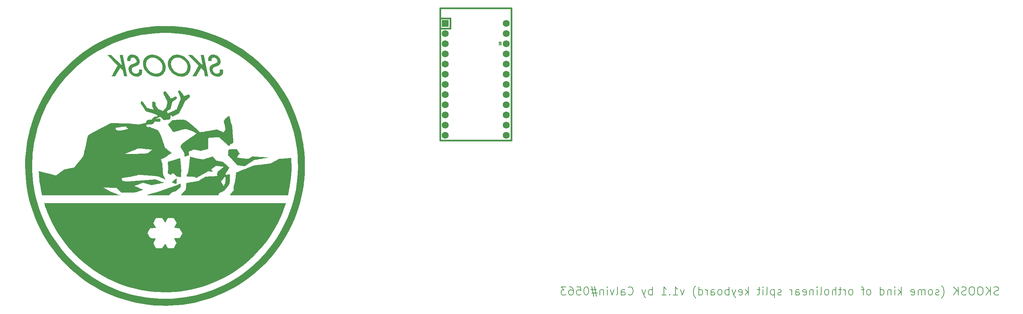
<source format=gbr>
%TF.GenerationSoftware,KiCad,Pcbnew,(6.0.7)*%
%TF.CreationDate,2022-11-26T03:04:16+01:00*%
%TF.ProjectId,skoosk pcb no leds rgb,736b6f6f-736b-4207-9063-62206e6f206c,rev?*%
%TF.SameCoordinates,Original*%
%TF.FileFunction,Legend,Bot*%
%TF.FilePolarity,Positive*%
%FSLAX46Y46*%
G04 Gerber Fmt 4.6, Leading zero omitted, Abs format (unit mm)*
G04 Created by KiCad (PCBNEW (6.0.7)) date 2022-11-26 03:04:16*
%MOMM*%
%LPD*%
G01*
G04 APERTURE LIST*
%ADD10C,0.150000*%
%ADD11C,0.381000*%
%ADD12C,1.752600*%
%ADD13R,1.752600X1.752600*%
G04 APERTURE END LIST*
D10*
X269630047Y-82851523D02*
X269344333Y-82946761D01*
X268868142Y-82946761D01*
X268677666Y-82851523D01*
X268582428Y-82756285D01*
X268487190Y-82565809D01*
X268487190Y-82375333D01*
X268582428Y-82184857D01*
X268677666Y-82089619D01*
X268868142Y-81994380D01*
X269249095Y-81899142D01*
X269439571Y-81803904D01*
X269534809Y-81708666D01*
X269630047Y-81518190D01*
X269630047Y-81327714D01*
X269534809Y-81137238D01*
X269439571Y-81042000D01*
X269249095Y-80946761D01*
X268772904Y-80946761D01*
X268487190Y-81042000D01*
X267630047Y-82946761D02*
X267630047Y-80946761D01*
X266487190Y-82946761D02*
X267344333Y-81803904D01*
X266487190Y-80946761D02*
X267630047Y-82089619D01*
X265249095Y-80946761D02*
X264868142Y-80946761D01*
X264677666Y-81042000D01*
X264487190Y-81232476D01*
X264391952Y-81613428D01*
X264391952Y-82280095D01*
X264487190Y-82661047D01*
X264677666Y-82851523D01*
X264868142Y-82946761D01*
X265249095Y-82946761D01*
X265439571Y-82851523D01*
X265630047Y-82661047D01*
X265725285Y-82280095D01*
X265725285Y-81613428D01*
X265630047Y-81232476D01*
X265439571Y-81042000D01*
X265249095Y-80946761D01*
X263153857Y-80946761D02*
X262772904Y-80946761D01*
X262582428Y-81042000D01*
X262391952Y-81232476D01*
X262296714Y-81613428D01*
X262296714Y-82280095D01*
X262391952Y-82661047D01*
X262582428Y-82851523D01*
X262772904Y-82946761D01*
X263153857Y-82946761D01*
X263344333Y-82851523D01*
X263534809Y-82661047D01*
X263630047Y-82280095D01*
X263630047Y-81613428D01*
X263534809Y-81232476D01*
X263344333Y-81042000D01*
X263153857Y-80946761D01*
X261534809Y-82851523D02*
X261249095Y-82946761D01*
X260772904Y-82946761D01*
X260582428Y-82851523D01*
X260487190Y-82756285D01*
X260391952Y-82565809D01*
X260391952Y-82375333D01*
X260487190Y-82184857D01*
X260582428Y-82089619D01*
X260772904Y-81994380D01*
X261153857Y-81899142D01*
X261344333Y-81803904D01*
X261439571Y-81708666D01*
X261534809Y-81518190D01*
X261534809Y-81327714D01*
X261439571Y-81137238D01*
X261344333Y-81042000D01*
X261153857Y-80946761D01*
X260677666Y-80946761D01*
X260391952Y-81042000D01*
X259534809Y-82946761D02*
X259534809Y-80946761D01*
X258391952Y-82946761D02*
X259249095Y-81803904D01*
X258391952Y-80946761D02*
X259534809Y-82089619D01*
X255439571Y-83708666D02*
X255534809Y-83613428D01*
X255725285Y-83327714D01*
X255820523Y-83137238D01*
X255915761Y-82851523D01*
X256010999Y-82375333D01*
X256010999Y-81994380D01*
X255915761Y-81518190D01*
X255820523Y-81232476D01*
X255725285Y-81042000D01*
X255534809Y-80756285D01*
X255439571Y-80661047D01*
X254772904Y-82851523D02*
X254582428Y-82946761D01*
X254201476Y-82946761D01*
X254010999Y-82851523D01*
X253915761Y-82661047D01*
X253915761Y-82565809D01*
X254010999Y-82375333D01*
X254201476Y-82280095D01*
X254487190Y-82280095D01*
X254677666Y-82184857D01*
X254772904Y-81994380D01*
X254772904Y-81899142D01*
X254677666Y-81708666D01*
X254487190Y-81613428D01*
X254201476Y-81613428D01*
X254010999Y-81708666D01*
X252772904Y-82946761D02*
X252963380Y-82851523D01*
X253058619Y-82756285D01*
X253153857Y-82565809D01*
X253153857Y-81994380D01*
X253058619Y-81803904D01*
X252963380Y-81708666D01*
X252772904Y-81613428D01*
X252487190Y-81613428D01*
X252296714Y-81708666D01*
X252201476Y-81803904D01*
X252106238Y-81994380D01*
X252106238Y-82565809D01*
X252201476Y-82756285D01*
X252296714Y-82851523D01*
X252487190Y-82946761D01*
X252772904Y-82946761D01*
X251249095Y-82946761D02*
X251249095Y-81613428D01*
X251249095Y-81803904D02*
X251153857Y-81708666D01*
X250963380Y-81613428D01*
X250677666Y-81613428D01*
X250487190Y-81708666D01*
X250391952Y-81899142D01*
X250391952Y-82946761D01*
X250391952Y-81899142D02*
X250296714Y-81708666D01*
X250106238Y-81613428D01*
X249820523Y-81613428D01*
X249630047Y-81708666D01*
X249534809Y-81899142D01*
X249534809Y-82946761D01*
X247820523Y-82851523D02*
X248011000Y-82946761D01*
X248391952Y-82946761D01*
X248582428Y-82851523D01*
X248677666Y-82661047D01*
X248677666Y-81899142D01*
X248582428Y-81708666D01*
X248391952Y-81613428D01*
X248011000Y-81613428D01*
X247820523Y-81708666D01*
X247725285Y-81899142D01*
X247725285Y-82089619D01*
X248677666Y-82280095D01*
X245344333Y-82946761D02*
X245344333Y-80946761D01*
X245153857Y-82184857D02*
X244582428Y-82946761D01*
X244582428Y-81613428D02*
X245344333Y-82375333D01*
X243725285Y-82946761D02*
X243725285Y-81613428D01*
X243725285Y-80946761D02*
X243820523Y-81042000D01*
X243725285Y-81137238D01*
X243630047Y-81042000D01*
X243725285Y-80946761D01*
X243725285Y-81137238D01*
X242772904Y-81613428D02*
X242772904Y-82946761D01*
X242772904Y-81803904D02*
X242677666Y-81708666D01*
X242487190Y-81613428D01*
X242201476Y-81613428D01*
X242011000Y-81708666D01*
X241915761Y-81899142D01*
X241915761Y-82946761D01*
X240106238Y-82946761D02*
X240106238Y-80946761D01*
X240106238Y-82851523D02*
X240296714Y-82946761D01*
X240677666Y-82946761D01*
X240868142Y-82851523D01*
X240963380Y-82756285D01*
X241058619Y-82565809D01*
X241058619Y-81994380D01*
X240963380Y-81803904D01*
X240868142Y-81708666D01*
X240677666Y-81613428D01*
X240296714Y-81613428D01*
X240106238Y-81708666D01*
X237344333Y-82946761D02*
X237534809Y-82851523D01*
X237630047Y-82756285D01*
X237725285Y-82565809D01*
X237725285Y-81994380D01*
X237630047Y-81803904D01*
X237534809Y-81708666D01*
X237344333Y-81613428D01*
X237058619Y-81613428D01*
X236868142Y-81708666D01*
X236772904Y-81803904D01*
X236677666Y-81994380D01*
X236677666Y-82565809D01*
X236772904Y-82756285D01*
X236868142Y-82851523D01*
X237058619Y-82946761D01*
X237344333Y-82946761D01*
X236106238Y-81613428D02*
X235344333Y-81613428D01*
X235820523Y-82946761D02*
X235820523Y-81232476D01*
X235725285Y-81042000D01*
X235534809Y-80946761D01*
X235344333Y-80946761D01*
X232868142Y-82946761D02*
X233058619Y-82851523D01*
X233153857Y-82756285D01*
X233249095Y-82565809D01*
X233249095Y-81994380D01*
X233153857Y-81803904D01*
X233058619Y-81708666D01*
X232868142Y-81613428D01*
X232582428Y-81613428D01*
X232391952Y-81708666D01*
X232296714Y-81803904D01*
X232201476Y-81994380D01*
X232201476Y-82565809D01*
X232296714Y-82756285D01*
X232391952Y-82851523D01*
X232582428Y-82946761D01*
X232868142Y-82946761D01*
X231344333Y-82946761D02*
X231344333Y-81613428D01*
X231344333Y-81994380D02*
X231249095Y-81803904D01*
X231153857Y-81708666D01*
X230963380Y-81613428D01*
X230772904Y-81613428D01*
X230391952Y-81613428D02*
X229630047Y-81613428D01*
X230106238Y-80946761D02*
X230106238Y-82661047D01*
X230011000Y-82851523D01*
X229820523Y-82946761D01*
X229630047Y-82946761D01*
X228963380Y-82946761D02*
X228963380Y-80946761D01*
X228106238Y-82946761D02*
X228106238Y-81899142D01*
X228201476Y-81708666D01*
X228391952Y-81613428D01*
X228677666Y-81613428D01*
X228868142Y-81708666D01*
X228963380Y-81803904D01*
X226868142Y-82946761D02*
X227058619Y-82851523D01*
X227153857Y-82756285D01*
X227249095Y-82565809D01*
X227249095Y-81994380D01*
X227153857Y-81803904D01*
X227058619Y-81708666D01*
X226868142Y-81613428D01*
X226582428Y-81613428D01*
X226391952Y-81708666D01*
X226296714Y-81803904D01*
X226201476Y-81994380D01*
X226201476Y-82565809D01*
X226296714Y-82756285D01*
X226391952Y-82851523D01*
X226582428Y-82946761D01*
X226868142Y-82946761D01*
X225058619Y-82946761D02*
X225249095Y-82851523D01*
X225344333Y-82661047D01*
X225344333Y-80946761D01*
X224296714Y-82946761D02*
X224296714Y-81613428D01*
X224296714Y-80946761D02*
X224391952Y-81042000D01*
X224296714Y-81137238D01*
X224201476Y-81042000D01*
X224296714Y-80946761D01*
X224296714Y-81137238D01*
X223344333Y-81613428D02*
X223344333Y-82946761D01*
X223344333Y-81803904D02*
X223249095Y-81708666D01*
X223058619Y-81613428D01*
X222772904Y-81613428D01*
X222582428Y-81708666D01*
X222487190Y-81899142D01*
X222487190Y-82946761D01*
X220772904Y-82851523D02*
X220963380Y-82946761D01*
X221344333Y-82946761D01*
X221534809Y-82851523D01*
X221630047Y-82661047D01*
X221630047Y-81899142D01*
X221534809Y-81708666D01*
X221344333Y-81613428D01*
X220963380Y-81613428D01*
X220772904Y-81708666D01*
X220677666Y-81899142D01*
X220677666Y-82089619D01*
X221630047Y-82280095D01*
X218963380Y-82946761D02*
X218963380Y-81899142D01*
X219058619Y-81708666D01*
X219249095Y-81613428D01*
X219630047Y-81613428D01*
X219820523Y-81708666D01*
X218963380Y-82851523D02*
X219153857Y-82946761D01*
X219630047Y-82946761D01*
X219820523Y-82851523D01*
X219915761Y-82661047D01*
X219915761Y-82470571D01*
X219820523Y-82280095D01*
X219630047Y-82184857D01*
X219153857Y-82184857D01*
X218963380Y-82089619D01*
X218011000Y-82946761D02*
X218011000Y-81613428D01*
X218011000Y-81994380D02*
X217915761Y-81803904D01*
X217820523Y-81708666D01*
X217630047Y-81613428D01*
X217439571Y-81613428D01*
X215344333Y-82851523D02*
X215153857Y-82946761D01*
X214772904Y-82946761D01*
X214582428Y-82851523D01*
X214487190Y-82661047D01*
X214487190Y-82565809D01*
X214582428Y-82375333D01*
X214772904Y-82280095D01*
X215058619Y-82280095D01*
X215249095Y-82184857D01*
X215344333Y-81994380D01*
X215344333Y-81899142D01*
X215249095Y-81708666D01*
X215058619Y-81613428D01*
X214772904Y-81613428D01*
X214582428Y-81708666D01*
X213630047Y-81613428D02*
X213630047Y-83613428D01*
X213630047Y-81708666D02*
X213439571Y-81613428D01*
X213058619Y-81613428D01*
X212868142Y-81708666D01*
X212772904Y-81803904D01*
X212677666Y-81994380D01*
X212677666Y-82565809D01*
X212772904Y-82756285D01*
X212868142Y-82851523D01*
X213058619Y-82946761D01*
X213439571Y-82946761D01*
X213630047Y-82851523D01*
X211534809Y-82946761D02*
X211725285Y-82851523D01*
X211820523Y-82661047D01*
X211820523Y-80946761D01*
X210772904Y-82946761D02*
X210772904Y-81613428D01*
X210772904Y-80946761D02*
X210868142Y-81042000D01*
X210772904Y-81137238D01*
X210677666Y-81042000D01*
X210772904Y-80946761D01*
X210772904Y-81137238D01*
X210106238Y-81613428D02*
X209344333Y-81613428D01*
X209820523Y-80946761D02*
X209820523Y-82661047D01*
X209725285Y-82851523D01*
X209534809Y-82946761D01*
X209344333Y-82946761D01*
X207153857Y-82946761D02*
X207153857Y-80946761D01*
X206963380Y-82184857D02*
X206391952Y-82946761D01*
X206391952Y-81613428D02*
X207153857Y-82375333D01*
X204772904Y-82851523D02*
X204963380Y-82946761D01*
X205344333Y-82946761D01*
X205534809Y-82851523D01*
X205630047Y-82661047D01*
X205630047Y-81899142D01*
X205534809Y-81708666D01*
X205344333Y-81613428D01*
X204963380Y-81613428D01*
X204772904Y-81708666D01*
X204677666Y-81899142D01*
X204677666Y-82089619D01*
X205630047Y-82280095D01*
X204011000Y-81613428D02*
X203534809Y-82946761D01*
X203058619Y-81613428D02*
X203534809Y-82946761D01*
X203725285Y-83422952D01*
X203820523Y-83518190D01*
X204011000Y-83613428D01*
X202296714Y-82946761D02*
X202296714Y-80946761D01*
X202296714Y-81708666D02*
X202106238Y-81613428D01*
X201725285Y-81613428D01*
X201534809Y-81708666D01*
X201439571Y-81803904D01*
X201344333Y-81994380D01*
X201344333Y-82565809D01*
X201439571Y-82756285D01*
X201534809Y-82851523D01*
X201725285Y-82946761D01*
X202106238Y-82946761D01*
X202296714Y-82851523D01*
X200201476Y-82946761D02*
X200391952Y-82851523D01*
X200487190Y-82756285D01*
X200582428Y-82565809D01*
X200582428Y-81994380D01*
X200487190Y-81803904D01*
X200391952Y-81708666D01*
X200201476Y-81613428D01*
X199915761Y-81613428D01*
X199725285Y-81708666D01*
X199630047Y-81803904D01*
X199534809Y-81994380D01*
X199534809Y-82565809D01*
X199630047Y-82756285D01*
X199725285Y-82851523D01*
X199915761Y-82946761D01*
X200201476Y-82946761D01*
X197820523Y-82946761D02*
X197820523Y-81899142D01*
X197915761Y-81708666D01*
X198106238Y-81613428D01*
X198487190Y-81613428D01*
X198677666Y-81708666D01*
X197820523Y-82851523D02*
X198011000Y-82946761D01*
X198487190Y-82946761D01*
X198677666Y-82851523D01*
X198772904Y-82661047D01*
X198772904Y-82470571D01*
X198677666Y-82280095D01*
X198487190Y-82184857D01*
X198011000Y-82184857D01*
X197820523Y-82089619D01*
X196868142Y-82946761D02*
X196868142Y-81613428D01*
X196868142Y-81994380D02*
X196772904Y-81803904D01*
X196677666Y-81708666D01*
X196487190Y-81613428D01*
X196296714Y-81613428D01*
X194772904Y-82946761D02*
X194772904Y-80946761D01*
X194772904Y-82851523D02*
X194963380Y-82946761D01*
X195344333Y-82946761D01*
X195534809Y-82851523D01*
X195630047Y-82756285D01*
X195725285Y-82565809D01*
X195725285Y-81994380D01*
X195630047Y-81803904D01*
X195534809Y-81708666D01*
X195344333Y-81613428D01*
X194963380Y-81613428D01*
X194772904Y-81708666D01*
X194011000Y-83708666D02*
X193915761Y-83613428D01*
X193725285Y-83327714D01*
X193630047Y-83137238D01*
X193534809Y-82851523D01*
X193439571Y-82375333D01*
X193439571Y-81994380D01*
X193534809Y-81518190D01*
X193630047Y-81232476D01*
X193725285Y-81042000D01*
X193915761Y-80756285D01*
X194011000Y-80661047D01*
X191153857Y-81613428D02*
X190677666Y-82946761D01*
X190201476Y-81613428D01*
X188391952Y-82946761D02*
X189534809Y-82946761D01*
X188963380Y-82946761D02*
X188963380Y-80946761D01*
X189153857Y-81232476D01*
X189344333Y-81422952D01*
X189534809Y-81518190D01*
X187534809Y-82756285D02*
X187439571Y-82851523D01*
X187534809Y-82946761D01*
X187630047Y-82851523D01*
X187534809Y-82756285D01*
X187534809Y-82946761D01*
X185534809Y-82946761D02*
X186677666Y-82946761D01*
X186106238Y-82946761D02*
X186106238Y-80946761D01*
X186296714Y-81232476D01*
X186487190Y-81422952D01*
X186677666Y-81518190D01*
X183153857Y-82946761D02*
X183153857Y-80946761D01*
X183153857Y-81708666D02*
X182963380Y-81613428D01*
X182582428Y-81613428D01*
X182391952Y-81708666D01*
X182296714Y-81803904D01*
X182201476Y-81994380D01*
X182201476Y-82565809D01*
X182296714Y-82756285D01*
X182391952Y-82851523D01*
X182582428Y-82946761D01*
X182963380Y-82946761D01*
X183153857Y-82851523D01*
X181534809Y-81613428D02*
X181058619Y-82946761D01*
X180582428Y-81613428D02*
X181058619Y-82946761D01*
X181249095Y-83422952D01*
X181344333Y-83518190D01*
X181534809Y-83613428D01*
X177153857Y-82756285D02*
X177249095Y-82851523D01*
X177534809Y-82946761D01*
X177725285Y-82946761D01*
X178011000Y-82851523D01*
X178201476Y-82661047D01*
X178296714Y-82470571D01*
X178391952Y-82089619D01*
X178391952Y-81803904D01*
X178296714Y-81422952D01*
X178201476Y-81232476D01*
X178011000Y-81042000D01*
X177725285Y-80946761D01*
X177534809Y-80946761D01*
X177249095Y-81042000D01*
X177153857Y-81137238D01*
X175439571Y-82946761D02*
X175439571Y-81899142D01*
X175534809Y-81708666D01*
X175725285Y-81613428D01*
X176106238Y-81613428D01*
X176296714Y-81708666D01*
X175439571Y-82851523D02*
X175630047Y-82946761D01*
X176106238Y-82946761D01*
X176296714Y-82851523D01*
X176391952Y-82661047D01*
X176391952Y-82470571D01*
X176296714Y-82280095D01*
X176106238Y-82184857D01*
X175630047Y-82184857D01*
X175439571Y-82089619D01*
X174201476Y-82946761D02*
X174391952Y-82851523D01*
X174487190Y-82661047D01*
X174487190Y-80946761D01*
X173630047Y-81613428D02*
X173153857Y-82946761D01*
X172677666Y-81613428D01*
X171915761Y-82946761D02*
X171915761Y-81613428D01*
X171915761Y-80946761D02*
X172011000Y-81042000D01*
X171915761Y-81137238D01*
X171820523Y-81042000D01*
X171915761Y-80946761D01*
X171915761Y-81137238D01*
X170963380Y-81613428D02*
X170963380Y-82946761D01*
X170963380Y-81803904D02*
X170868142Y-81708666D01*
X170677666Y-81613428D01*
X170391952Y-81613428D01*
X170201476Y-81708666D01*
X170106238Y-81899142D01*
X170106238Y-82946761D01*
X169249095Y-81613428D02*
X167820523Y-81613428D01*
X168677666Y-80756285D02*
X169249095Y-83327714D01*
X168011000Y-82470571D02*
X169439571Y-82470571D01*
X168582428Y-83327714D02*
X168011000Y-80756285D01*
X166772904Y-80946761D02*
X166582428Y-80946761D01*
X166391952Y-81042000D01*
X166296714Y-81137238D01*
X166201476Y-81327714D01*
X166106238Y-81708666D01*
X166106238Y-82184857D01*
X166201476Y-82565809D01*
X166296714Y-82756285D01*
X166391952Y-82851523D01*
X166582428Y-82946761D01*
X166772904Y-82946761D01*
X166963380Y-82851523D01*
X167058619Y-82756285D01*
X167153857Y-82565809D01*
X167249095Y-82184857D01*
X167249095Y-81708666D01*
X167153857Y-81327714D01*
X167058619Y-81137238D01*
X166963380Y-81042000D01*
X166772904Y-80946761D01*
X164296714Y-80946761D02*
X165249095Y-80946761D01*
X165344333Y-81899142D01*
X165249095Y-81803904D01*
X165058619Y-81708666D01*
X164582428Y-81708666D01*
X164391952Y-81803904D01*
X164296714Y-81899142D01*
X164201476Y-82089619D01*
X164201476Y-82565809D01*
X164296714Y-82756285D01*
X164391952Y-82851523D01*
X164582428Y-82946761D01*
X165058619Y-82946761D01*
X165249095Y-82851523D01*
X165344333Y-82756285D01*
X162487190Y-80946761D02*
X162868142Y-80946761D01*
X163058619Y-81042000D01*
X163153857Y-81137238D01*
X163344333Y-81422952D01*
X163439571Y-81803904D01*
X163439571Y-82565809D01*
X163344333Y-82756285D01*
X163249095Y-82851523D01*
X163058619Y-82946761D01*
X162677666Y-82946761D01*
X162487190Y-82851523D01*
X162391952Y-82756285D01*
X162296714Y-82565809D01*
X162296714Y-82089619D01*
X162391952Y-81899142D01*
X162487190Y-81803904D01*
X162677666Y-81708666D01*
X163058619Y-81708666D01*
X163249095Y-81803904D01*
X163344333Y-81899142D01*
X163439571Y-82089619D01*
X161630047Y-80946761D02*
X160391952Y-80946761D01*
X161058619Y-81708666D01*
X160772904Y-81708666D01*
X160582428Y-81803904D01*
X160487190Y-81899142D01*
X160391952Y-82089619D01*
X160391952Y-82565809D01*
X160487190Y-82756285D01*
X160582428Y-82851523D01*
X160772904Y-82946761D01*
X161344333Y-82946761D01*
X161534809Y-82851523D01*
X161630047Y-82756285D01*
%TO.C,U1*%
G36*
X145209635Y-20313730D02*
G01*
X145109635Y-20313730D01*
X145109635Y-20213730D01*
X145209635Y-20213730D01*
X145209635Y-20313730D01*
G37*
X145209635Y-20313730D02*
X145109635Y-20313730D01*
X145109635Y-20213730D01*
X145209635Y-20213730D01*
X145209635Y-20313730D01*
G36*
X145409635Y-19913730D02*
G01*
X144909635Y-19913730D01*
X144909635Y-19813730D01*
X145409635Y-19813730D01*
X145409635Y-19913730D01*
G37*
X145409635Y-19913730D02*
X144909635Y-19913730D01*
X144909635Y-19813730D01*
X145409635Y-19813730D01*
X145409635Y-19913730D01*
G36*
X145009635Y-20113730D02*
G01*
X144909635Y-20113730D01*
X144909635Y-19813730D01*
X145009635Y-19813730D01*
X145009635Y-20113730D01*
G37*
X145009635Y-20113730D02*
X144909635Y-20113730D01*
X144909635Y-19813730D01*
X145009635Y-19813730D01*
X145009635Y-20113730D01*
G36*
X145409635Y-20613730D02*
G01*
X145309635Y-20613730D01*
X145309635Y-19813730D01*
X145409635Y-19813730D01*
X145409635Y-20613730D01*
G37*
X145409635Y-20613730D02*
X145309635Y-20613730D01*
X145309635Y-19813730D01*
X145409635Y-19813730D01*
X145409635Y-20613730D01*
G36*
X145009635Y-20613730D02*
G01*
X144909635Y-20613730D01*
X144909635Y-20413730D01*
X145009635Y-20413730D01*
X145009635Y-20613730D01*
G37*
X145009635Y-20613730D02*
X144909635Y-20613730D01*
X144909635Y-20413730D01*
X145009635Y-20413730D01*
X145009635Y-20613730D01*
D11*
X132715000Y-16464700D02*
X130175000Y-16464700D01*
X147955000Y-44404700D02*
X147955000Y-11384700D01*
X132715000Y-13924700D02*
X132715000Y-16464700D01*
X132715000Y-13924700D02*
X130175000Y-13924700D01*
X130175000Y-44404700D02*
X147955000Y-44404700D01*
X147955000Y-11384700D02*
X130175000Y-11384700D01*
X130175000Y-11384700D02*
X130175000Y-44404700D01*
%TO.C,Gback*%
G36*
X64402657Y-53819581D02*
G01*
X64405585Y-53826675D01*
X64415057Y-53891904D01*
X64422002Y-54006843D01*
X64426360Y-54156776D01*
X64428070Y-54326987D01*
X64427070Y-54502760D01*
X64423300Y-54669379D01*
X64416698Y-54812130D01*
X64407204Y-54916295D01*
X64404747Y-54933611D01*
X64382525Y-55030914D01*
X64341128Y-55090458D01*
X64263102Y-55139245D01*
X64221027Y-55159914D01*
X64151090Y-55182734D01*
X64078823Y-55179667D01*
X63973222Y-55152087D01*
X63926586Y-55137195D01*
X63803044Y-55092408D01*
X63658245Y-55035115D01*
X63509258Y-54972582D01*
X63373150Y-54912078D01*
X63266989Y-54860869D01*
X63207845Y-54826222D01*
X63202488Y-54818404D01*
X63214439Y-54781555D01*
X63267914Y-54717634D01*
X63367250Y-54621918D01*
X63516782Y-54489684D01*
X63650279Y-54374879D01*
X63880829Y-54179788D01*
X64065682Y-54028463D01*
X64207566Y-53918842D01*
X64309206Y-53848863D01*
X64373327Y-53816463D01*
X64402657Y-53819581D01*
G37*
G36*
X77345910Y-55616670D02*
G01*
X77106782Y-55945685D01*
X76863136Y-56254199D01*
X76622151Y-56529134D01*
X76371179Y-56785661D01*
X76297758Y-56856140D01*
X76207855Y-56937345D01*
X76123446Y-57002970D01*
X76030810Y-57061395D01*
X75916230Y-57121000D01*
X75765985Y-57190164D01*
X75566356Y-57277269D01*
X75395196Y-57351577D01*
X75245633Y-57418580D01*
X75141432Y-57469761D01*
X75073107Y-57510960D01*
X75031177Y-57548016D01*
X75006156Y-57586770D01*
X74988561Y-57633061D01*
X74980025Y-57658358D01*
X74935290Y-57779903D01*
X74886040Y-57902086D01*
X74824068Y-58047375D01*
X65491396Y-58047375D01*
X65601025Y-57833714D01*
X65606610Y-57822994D01*
X65665563Y-57725211D01*
X65746511Y-57616750D01*
X65856823Y-57489026D01*
X66003863Y-57333456D01*
X66194997Y-57141453D01*
X66679339Y-56662853D01*
X66735632Y-55859488D01*
X66746034Y-55716995D01*
X66763430Y-55501806D01*
X66780569Y-55315385D01*
X66796446Y-55167599D01*
X66810053Y-55068315D01*
X66820388Y-55027402D01*
X66851902Y-55016466D01*
X66943894Y-54995080D01*
X67087270Y-54965732D01*
X67273404Y-54929947D01*
X67493668Y-54889251D01*
X67739435Y-54845168D01*
X68002077Y-54799224D01*
X68272966Y-54752945D01*
X68543477Y-54707855D01*
X68804980Y-54665479D01*
X69048849Y-54627343D01*
X69266456Y-54594972D01*
X69486331Y-54563365D01*
X75466203Y-54563365D01*
X75497010Y-54643526D01*
X75556740Y-54765352D01*
X75641040Y-54920832D01*
X75745559Y-55101955D01*
X75865943Y-55300709D01*
X75997839Y-55509084D01*
X76028697Y-55556311D01*
X76098191Y-55658961D01*
X76150002Y-55730237D01*
X76174704Y-55756931D01*
X76182222Y-55753678D01*
X76207198Y-55714199D01*
X76210142Y-55706506D01*
X76234632Y-55643978D01*
X76277776Y-55534644D01*
X76334490Y-55391377D01*
X76399684Y-55227052D01*
X76472362Y-55036468D01*
X76529145Y-54862366D01*
X76567712Y-54699947D01*
X76590168Y-54533289D01*
X76598620Y-54346466D01*
X76595171Y-54123554D01*
X76581929Y-53848628D01*
X76573275Y-53711999D01*
X76558299Y-53560500D01*
X76536301Y-53459755D01*
X76502988Y-53410720D01*
X76454069Y-53414352D01*
X76385251Y-53471609D01*
X76292242Y-53583446D01*
X76170751Y-53750822D01*
X76016485Y-53974692D01*
X75980813Y-54025948D01*
X75838639Y-54210790D01*
X75699474Y-54363280D01*
X75572673Y-54473900D01*
X75467590Y-54533135D01*
X75466203Y-54563365D01*
X69486331Y-54563365D01*
X69779242Y-54521259D01*
X70445864Y-54125904D01*
X70517066Y-54083521D01*
X70721272Y-53960334D01*
X70913371Y-53842204D01*
X71081624Y-53736476D01*
X71214293Y-53650498D01*
X71299638Y-53591615D01*
X71486790Y-53452680D01*
X73008924Y-53354165D01*
X73248383Y-53338522D01*
X73548240Y-53318499D01*
X73821344Y-53299775D01*
X74060781Y-53282850D01*
X74259638Y-53268223D01*
X74411000Y-53256396D01*
X74507953Y-53247867D01*
X74543584Y-53243138D01*
X74543273Y-53207937D01*
X74530084Y-53124156D01*
X74506753Y-53010607D01*
X74457397Y-52790588D01*
X74770359Y-52109550D01*
X75248960Y-51697042D01*
X75380417Y-51583516D01*
X75544277Y-51441426D01*
X75693521Y-51311404D01*
X75815731Y-51204273D01*
X75898489Y-51130859D01*
X76069417Y-50977183D01*
X75978860Y-50942029D01*
X75960461Y-50936415D01*
X75872161Y-50918172D01*
X75732944Y-50895127D01*
X75555000Y-50868899D01*
X75350514Y-50841111D01*
X75131675Y-50813382D01*
X74910671Y-50787336D01*
X74699689Y-50764591D01*
X74510918Y-50746771D01*
X74251477Y-50724626D01*
X73651069Y-51122281D01*
X73540110Y-51195997D01*
X73335202Y-51333979D01*
X73181277Y-51441013D01*
X73073529Y-51520750D01*
X73007151Y-51576843D01*
X72977338Y-51612943D01*
X72979283Y-51632701D01*
X73030691Y-51673657D01*
X73141891Y-51764026D01*
X73259537Y-51861392D01*
X73371738Y-51955721D01*
X73466604Y-52036976D01*
X73532244Y-52095121D01*
X73556766Y-52120118D01*
X73556710Y-52120313D01*
X73521774Y-52123708D01*
X73429491Y-52124437D01*
X73290403Y-52122634D01*
X73115051Y-52118432D01*
X72913976Y-52111966D01*
X72271187Y-52088888D01*
X71948229Y-52276787D01*
X71915410Y-52295751D01*
X71751493Y-52388132D01*
X71554083Y-52496651D01*
X71345152Y-52609320D01*
X71146672Y-52714150D01*
X71128083Y-52723862D01*
X70908872Y-52840971D01*
X70665916Y-52974531D01*
X70427494Y-53108824D01*
X70221885Y-53228135D01*
X69987599Y-53365593D01*
X69775134Y-53486279D01*
X69598683Y-53581129D01*
X69447090Y-53656121D01*
X69309202Y-53717233D01*
X69181019Y-53770658D01*
X69104088Y-53636582D01*
X69088891Y-53609947D01*
X69063818Y-53570291D01*
X69034409Y-53539186D01*
X68992671Y-53515105D01*
X68930611Y-53496524D01*
X68840238Y-53481918D01*
X68713559Y-53469763D01*
X68542583Y-53458532D01*
X68319318Y-53446702D01*
X68035770Y-53432748D01*
X68001648Y-53431062D01*
X67771589Y-53419132D01*
X67552478Y-53406873D01*
X67358652Y-53395147D01*
X67204449Y-53384815D01*
X67104209Y-53376741D01*
X66890548Y-53355965D01*
X66890548Y-53224813D01*
X66890698Y-53207700D01*
X66898152Y-53120843D01*
X66921150Y-53033916D01*
X66965647Y-52932961D01*
X67037597Y-52804019D01*
X67142955Y-52633132D01*
X67312942Y-52363841D01*
X67511112Y-50581988D01*
X67525318Y-50454042D01*
X67562659Y-50115602D01*
X67597360Y-49798076D01*
X67628706Y-49508182D01*
X67655985Y-49252640D01*
X67678481Y-49038166D01*
X67695482Y-48871481D01*
X67706274Y-48759302D01*
X67710144Y-48708349D01*
X67717167Y-48635615D01*
X67742562Y-48533564D01*
X67774118Y-48450564D01*
X68366451Y-48600982D01*
X68432685Y-48617662D01*
X68753101Y-48694834D01*
X69083659Y-48769214D01*
X69415856Y-48839293D01*
X69741189Y-48903557D01*
X70051159Y-48960494D01*
X70337262Y-49008593D01*
X70590996Y-49046341D01*
X70803861Y-49072225D01*
X70967354Y-49084735D01*
X71072973Y-49082358D01*
X71123312Y-49070802D01*
X71233139Y-49040197D01*
X71389235Y-48993916D01*
X71581636Y-48934973D01*
X71800379Y-48866383D01*
X72035501Y-48791160D01*
X72223255Y-48730671D01*
X72463090Y-48653877D01*
X72685975Y-48583015D01*
X72879894Y-48521887D01*
X73032827Y-48474294D01*
X73132758Y-48444040D01*
X73375372Y-48373034D01*
X73901937Y-48897884D01*
X74428502Y-49422733D01*
X75163495Y-49568890D01*
X75248687Y-49585921D01*
X75461589Y-49629291D01*
X75650683Y-49668935D01*
X75805144Y-49702520D01*
X75914145Y-49727710D01*
X75966860Y-49742169D01*
X75997669Y-49758282D01*
X76073266Y-49811847D01*
X76182857Y-49901459D01*
X76329273Y-50029617D01*
X76515345Y-50198820D01*
X76743902Y-50411570D01*
X77017775Y-50670365D01*
X77555903Y-51181679D01*
X77457868Y-51324169D01*
X77417831Y-51385053D01*
X77342482Y-51505827D01*
X77254000Y-51652436D01*
X77164239Y-51805452D01*
X77112229Y-51894557D01*
X76999225Y-52083655D01*
X76883086Y-52273291D01*
X76782117Y-52433386D01*
X76595589Y-52722528D01*
X76683692Y-52855662D01*
X76735442Y-52926134D01*
X76790208Y-52969283D01*
X76847928Y-52970836D01*
X76904923Y-52958413D01*
X77015481Y-52935378D01*
X77161240Y-52905574D01*
X77325743Y-52872393D01*
X77727425Y-52791910D01*
X77726960Y-52864259D01*
X77726210Y-52891183D01*
X77722761Y-52982787D01*
X77716845Y-53128344D01*
X77708823Y-53319265D01*
X77699058Y-53546960D01*
X77687912Y-53802839D01*
X77675748Y-54078312D01*
X77663829Y-54346466D01*
X77625002Y-55220017D01*
X77345910Y-55616670D01*
G37*
G36*
X53807932Y-23004418D02*
G01*
X54128917Y-23120605D01*
X54424202Y-23292274D01*
X54651428Y-23481821D01*
X54871682Y-23741016D01*
X55034368Y-24031174D01*
X55136329Y-24346448D01*
X55174408Y-24680995D01*
X55173743Y-24778082D01*
X55150114Y-24992532D01*
X55089522Y-25178483D01*
X54985138Y-25360451D01*
X54923583Y-25439296D01*
X54774469Y-25572208D01*
X54574850Y-25689159D01*
X54315864Y-25795916D01*
X54271010Y-25811876D01*
X53994762Y-25912097D01*
X53775197Y-25996648D01*
X53604850Y-26069766D01*
X53476257Y-26135688D01*
X53381952Y-26198650D01*
X53314473Y-26262888D01*
X53266354Y-26332640D01*
X53230132Y-26412141D01*
X53200400Y-26520929D01*
X53195288Y-26723388D01*
X53243927Y-26933183D01*
X53340237Y-27138626D01*
X53478138Y-27328031D01*
X53651550Y-27489714D01*
X53854392Y-27611987D01*
X53941770Y-27648962D01*
X54043011Y-27677774D01*
X54155043Y-27688382D01*
X54306364Y-27685417D01*
X54408823Y-27679163D01*
X54529861Y-27662311D01*
X54623134Y-27631235D01*
X54713427Y-27579486D01*
X54784350Y-27527994D01*
X54876132Y-27433146D01*
X54934046Y-27317897D01*
X54964670Y-27166750D01*
X54974581Y-26964207D01*
X54976820Y-26665292D01*
X55362482Y-26665082D01*
X55529734Y-26666172D01*
X55644550Y-26670908D01*
X55715065Y-26681062D01*
X55753424Y-26698402D01*
X55771768Y-26724697D01*
X55778019Y-26752949D01*
X55786779Y-26843994D01*
X55792633Y-26974485D01*
X55794557Y-27126379D01*
X55791702Y-27282778D01*
X55779905Y-27428281D01*
X55755790Y-27548032D01*
X55715979Y-27665199D01*
X55644214Y-27811463D01*
X55483230Y-28021948D01*
X55274369Y-28196313D01*
X55027665Y-28326838D01*
X54753154Y-28405806D01*
X54693662Y-28414659D01*
X54471359Y-28427290D01*
X54226292Y-28417101D01*
X53988170Y-28386216D01*
X53786701Y-28336758D01*
X53733286Y-28318211D01*
X53453434Y-28194161D01*
X53202711Y-28030026D01*
X52959861Y-27812324D01*
X52788890Y-27624358D01*
X52651377Y-27429906D01*
X52548545Y-27220635D01*
X52466626Y-26973119D01*
X52463158Y-26960458D01*
X52403632Y-26633057D01*
X52408270Y-26328189D01*
X52477006Y-26046389D01*
X52609776Y-25788192D01*
X52668265Y-25709304D01*
X52745786Y-25628244D01*
X52842405Y-25552487D01*
X52965863Y-25477902D01*
X53123900Y-25400358D01*
X53324254Y-25315725D01*
X53574667Y-25219870D01*
X53882876Y-25108663D01*
X53976338Y-25072947D01*
X54149177Y-24988581D01*
X54267466Y-24901667D01*
X54312671Y-24854246D01*
X54355726Y-24789248D01*
X54374197Y-24710788D01*
X54377818Y-24591507D01*
X54377554Y-24572795D01*
X54340165Y-24337346D01*
X54245822Y-24124509D01*
X54103321Y-23943186D01*
X53921456Y-23802282D01*
X53709021Y-23710698D01*
X53474811Y-23677339D01*
X53433928Y-23677821D01*
X53236619Y-23706667D01*
X53085371Y-23781835D01*
X52974259Y-23906033D01*
X52943995Y-23963335D01*
X52922196Y-24040493D01*
X52913850Y-24145170D01*
X52915946Y-24297590D01*
X52925676Y-24579702D01*
X52526011Y-24579622D01*
X52390412Y-24578359D01*
X52235792Y-24571410D01*
X52140813Y-24557946D01*
X52100335Y-24537456D01*
X52093162Y-24512689D01*
X52083282Y-24427934D01*
X52076343Y-24302352D01*
X52073526Y-24152866D01*
X52073767Y-24067066D01*
X52078654Y-23922263D01*
X52092423Y-23814040D01*
X52118622Y-23720758D01*
X52160801Y-23620782D01*
X52174020Y-23593034D01*
X52319711Y-23359096D01*
X52503485Y-23179944D01*
X52730236Y-23051810D01*
X53004854Y-22970929D01*
X53141317Y-22950370D01*
X53474361Y-22946684D01*
X53807932Y-23004418D01*
G37*
G36*
X61639460Y-26514397D02*
G01*
X61603592Y-26760132D01*
X61550735Y-26961472D01*
X61487671Y-27119113D01*
X61305354Y-27447174D01*
X61071321Y-27736430D01*
X60791680Y-27981998D01*
X60472543Y-28178999D01*
X60120018Y-28322550D01*
X59740217Y-28407772D01*
X59673317Y-28415984D01*
X59315137Y-28428831D01*
X58934250Y-28396510D01*
X58551927Y-28321771D01*
X58189442Y-28207362D01*
X58150380Y-28191836D01*
X57837141Y-28038223D01*
X57516417Y-27834630D01*
X57203074Y-27593406D01*
X56911979Y-27326898D01*
X56657996Y-27047456D01*
X56455991Y-26767429D01*
X56427262Y-26720200D01*
X56228821Y-26332946D01*
X56088950Y-25937873D01*
X56007606Y-25541210D01*
X55996370Y-25348528D01*
X56774939Y-25348528D01*
X56814315Y-25667963D01*
X56899811Y-25986028D01*
X57029405Y-26287061D01*
X57213400Y-26581712D01*
X57458968Y-26874644D01*
X57743828Y-27135717D01*
X58056633Y-27355871D01*
X58386032Y-27526047D01*
X58720676Y-27637184D01*
X58786294Y-27650478D01*
X58974571Y-27673678D01*
X59187643Y-27684471D01*
X59402520Y-27682763D01*
X59596212Y-27668456D01*
X59745729Y-27641456D01*
X59825689Y-27616939D01*
X60114857Y-27486246D01*
X60364173Y-27304784D01*
X60569544Y-27079030D01*
X60726877Y-26815460D01*
X60832080Y-26520550D01*
X60881061Y-26200779D01*
X60869727Y-25862622D01*
X60848671Y-25723822D01*
X60762726Y-25393914D01*
X60625500Y-25084728D01*
X60431609Y-24785585D01*
X60175672Y-24485809D01*
X60038626Y-24350730D01*
X59737691Y-24108440D01*
X59419660Y-23917980D01*
X59091068Y-23780199D01*
X58758450Y-23695948D01*
X58428341Y-23666074D01*
X58107275Y-23691429D01*
X57801788Y-23772860D01*
X57518413Y-23911217D01*
X57263686Y-24107349D01*
X57237246Y-24132721D01*
X57060707Y-24330856D01*
X56932316Y-24541041D01*
X56835976Y-24788926D01*
X56783705Y-25043391D01*
X56774939Y-25348528D01*
X55996370Y-25348528D01*
X55984745Y-25149185D01*
X56020324Y-24768025D01*
X56114298Y-24403958D01*
X56266623Y-24063213D01*
X56477255Y-23752018D01*
X56719703Y-23500859D01*
X57016362Y-23283702D01*
X57347040Y-23118755D01*
X57705468Y-23006942D01*
X58085378Y-22949188D01*
X58480500Y-22946417D01*
X58884565Y-22999556D01*
X59291305Y-23109530D01*
X59694451Y-23277263D01*
X60022676Y-23459187D01*
X60413855Y-23736281D01*
X60760883Y-24054196D01*
X61059155Y-24407310D01*
X61304066Y-24790003D01*
X61491008Y-25196654D01*
X61615378Y-25621642D01*
X61634470Y-25731786D01*
X61655965Y-25978128D01*
X61657051Y-26200779D01*
X61657273Y-26246363D01*
X61639460Y-26514397D01*
G37*
G36*
X86715569Y-69724275D02*
G01*
X85807665Y-70869160D01*
X84845301Y-71974539D01*
X83829702Y-73038510D01*
X83166070Y-73683627D01*
X82081554Y-74661470D01*
X80957546Y-75584970D01*
X79796117Y-76453181D01*
X78599338Y-77265160D01*
X77369282Y-78019963D01*
X76108020Y-78716646D01*
X74817622Y-79354264D01*
X73500162Y-79931873D01*
X72157710Y-80448530D01*
X70792338Y-80903289D01*
X69406118Y-81295208D01*
X68001120Y-81623341D01*
X66579417Y-81886744D01*
X65143081Y-82084475D01*
X63694182Y-82215587D01*
X63595534Y-82222212D01*
X63396750Y-82235638D01*
X63216164Y-82247930D01*
X63070450Y-82257949D01*
X62976281Y-82264559D01*
X62917683Y-82267835D01*
X62757620Y-82272531D01*
X62543145Y-82275220D01*
X62283427Y-82276046D01*
X61987630Y-82275152D01*
X61664923Y-82272682D01*
X61324470Y-82268780D01*
X60975439Y-82263589D01*
X60626997Y-82257254D01*
X60288309Y-82249916D01*
X59968542Y-82241721D01*
X59676862Y-82232811D01*
X59422437Y-82223331D01*
X59214432Y-82213424D01*
X59062015Y-82203233D01*
X58249338Y-82126571D01*
X57364336Y-82022663D01*
X56508344Y-81898956D01*
X55661217Y-81752780D01*
X55372767Y-81697619D01*
X53956367Y-81385533D01*
X52562746Y-81010006D01*
X51193646Y-80572473D01*
X49850812Y-80074371D01*
X48535987Y-79517138D01*
X47250914Y-78902209D01*
X45997337Y-78231021D01*
X44777000Y-77505011D01*
X43591646Y-76725614D01*
X42443019Y-75894269D01*
X41332861Y-75012410D01*
X40262918Y-74081475D01*
X39234932Y-73102900D01*
X38250647Y-72078122D01*
X37311807Y-71008578D01*
X36420154Y-69895702D01*
X35577433Y-68740934D01*
X34785387Y-67545708D01*
X34770940Y-67521599D01*
X57113428Y-67521599D01*
X57114637Y-67526714D01*
X57140148Y-67580042D01*
X57194788Y-67679899D01*
X57273263Y-67816999D01*
X57370281Y-67982054D01*
X57480549Y-68165777D01*
X57847670Y-68771525D01*
X58512669Y-68794553D01*
X58537300Y-68795414D01*
X58740743Y-68803165D01*
X58918349Y-68811032D01*
X59059491Y-68818461D01*
X59153544Y-68824901D01*
X59189883Y-68829797D01*
X59189901Y-68829815D01*
X59177694Y-68862210D01*
X59136667Y-68944481D01*
X59071830Y-69067146D01*
X58988195Y-69220724D01*
X58890774Y-69395732D01*
X58794465Y-69569953D01*
X58710047Y-69728432D01*
X58644422Y-69857897D01*
X58602697Y-69948267D01*
X58589978Y-69989464D01*
X58592554Y-69996306D01*
X58619962Y-70054426D01*
X58672868Y-70160504D01*
X58746429Y-70305002D01*
X58835801Y-70478381D01*
X58936140Y-70671105D01*
X59271773Y-71312735D01*
X60028599Y-71303541D01*
X60785424Y-71294347D01*
X61149357Y-70713189D01*
X61171598Y-70677742D01*
X61281588Y-70504521D01*
X61378883Y-70354627D01*
X61457678Y-70236772D01*
X61512168Y-70159669D01*
X61536547Y-70132032D01*
X61537922Y-70132610D01*
X61565694Y-70168407D01*
X61620993Y-70253350D01*
X61698254Y-70378453D01*
X61791912Y-70534729D01*
X61896403Y-70713189D01*
X62233000Y-71294347D01*
X62936711Y-71303583D01*
X63131941Y-71306045D01*
X63319669Y-71307578D01*
X63455847Y-71306636D01*
X63549782Y-71302375D01*
X63610785Y-71293947D01*
X63648163Y-71280508D01*
X63671226Y-71261211D01*
X63689282Y-71235212D01*
X63691654Y-71231432D01*
X63744234Y-71144423D01*
X63816770Y-71020302D01*
X63903258Y-70869779D01*
X63997693Y-70703563D01*
X64094073Y-70532364D01*
X64186392Y-70366890D01*
X64268647Y-70217852D01*
X64334835Y-70095958D01*
X64378950Y-70011918D01*
X64394989Y-69976441D01*
X64394988Y-69976375D01*
X64379073Y-69938127D01*
X64335199Y-69850029D01*
X64268517Y-69721970D01*
X64184174Y-69563837D01*
X64087318Y-69385519D01*
X64086196Y-69383472D01*
X63989531Y-69205770D01*
X63905408Y-69048839D01*
X63838963Y-68922445D01*
X63795331Y-68836354D01*
X63779646Y-68800332D01*
X63779816Y-68799796D01*
X63816677Y-68792989D01*
X63910670Y-68787824D01*
X64051310Y-68784552D01*
X64228112Y-68783425D01*
X64430589Y-68784696D01*
X64594452Y-68785834D01*
X64801512Y-68784239D01*
X64962224Y-68779009D01*
X65069268Y-68770421D01*
X65115321Y-68758753D01*
X65117086Y-68756759D01*
X65148055Y-68710569D01*
X65206375Y-68615937D01*
X65286271Y-68482498D01*
X65381966Y-68319886D01*
X65487682Y-68137735D01*
X65826254Y-67550506D01*
X65459623Y-66909775D01*
X65092991Y-66269044D01*
X63787715Y-66234858D01*
X64103302Y-65604530D01*
X64418888Y-64974202D01*
X63625810Y-63757006D01*
X62923663Y-63756699D01*
X62221517Y-63756393D01*
X61880999Y-64319292D01*
X61871204Y-64335472D01*
X61765619Y-64508412D01*
X61672347Y-64658604D01*
X61597085Y-64777067D01*
X61545533Y-64854820D01*
X61523388Y-64882883D01*
X61522360Y-64882421D01*
X61495295Y-64848257D01*
X61438413Y-64766136D01*
X61357564Y-64644816D01*
X61258592Y-64493055D01*
X61147345Y-64319612D01*
X60788394Y-63755649D01*
X60024180Y-63764567D01*
X59259965Y-63773485D01*
X58922786Y-64354643D01*
X58909205Y-64378078D01*
X58806716Y-64556773D01*
X58717825Y-64714907D01*
X58647793Y-64842884D01*
X58601883Y-64931109D01*
X58585357Y-64969986D01*
X58586572Y-64974996D01*
X58611265Y-65028039D01*
X58663918Y-65128332D01*
X58739458Y-65266556D01*
X58832812Y-65433390D01*
X58938908Y-65619515D01*
X59292709Y-66234858D01*
X57803611Y-66253242D01*
X57458519Y-66868205D01*
X57431737Y-66916047D01*
X57330507Y-67099084D01*
X57243051Y-67260644D01*
X57174378Y-67391241D01*
X57129501Y-67481388D01*
X57113428Y-67521599D01*
X34770940Y-67521599D01*
X34045760Y-66311461D01*
X33360295Y-65039631D01*
X32730736Y-63731653D01*
X32158827Y-62388963D01*
X32069126Y-62160460D01*
X31971089Y-61903785D01*
X31870651Y-61634809D01*
X31770788Y-61361996D01*
X31674479Y-61093808D01*
X31584700Y-60838710D01*
X31504431Y-60605165D01*
X31436647Y-60401637D01*
X31384327Y-60236589D01*
X31350448Y-60118484D01*
X31337989Y-60055787D01*
X31347054Y-60055156D01*
X31415656Y-60053944D01*
X31550294Y-60052747D01*
X31749427Y-60051566D01*
X32011513Y-60050403D01*
X32335013Y-60049259D01*
X32718386Y-60048135D01*
X33160091Y-60047032D01*
X33658587Y-60045952D01*
X34212335Y-60044896D01*
X34819793Y-60043865D01*
X35479421Y-60042862D01*
X36189678Y-60041886D01*
X36949023Y-60040939D01*
X37755917Y-60040023D01*
X38608817Y-60039139D01*
X39506184Y-60038288D01*
X40446478Y-60037472D01*
X41428157Y-60036691D01*
X42449680Y-60035948D01*
X43509508Y-60035243D01*
X44606100Y-60034578D01*
X45737914Y-60033954D01*
X46903411Y-60033373D01*
X48101049Y-60032835D01*
X49329289Y-60032342D01*
X50586589Y-60031895D01*
X51871409Y-60031496D01*
X53182208Y-60031146D01*
X54517446Y-60030847D01*
X55875582Y-60030599D01*
X57255076Y-60030403D01*
X58654386Y-60030262D01*
X60071973Y-60030177D01*
X61506295Y-60030148D01*
X62248833Y-60030153D01*
X63674711Y-60030197D01*
X65083059Y-60030283D01*
X66472338Y-60030410D01*
X67841005Y-60030577D01*
X69187520Y-60030783D01*
X70510343Y-60031027D01*
X71807933Y-60031308D01*
X73078749Y-60031626D01*
X74321251Y-60031979D01*
X75533898Y-60032366D01*
X76715149Y-60032786D01*
X77863464Y-60033238D01*
X78977301Y-60033722D01*
X80055122Y-60034236D01*
X81095383Y-60034779D01*
X82096546Y-60035351D01*
X83057070Y-60035950D01*
X83975413Y-60036575D01*
X84850035Y-60037226D01*
X85679395Y-60037901D01*
X86461953Y-60038599D01*
X87196168Y-60039320D01*
X87880500Y-60040063D01*
X88513408Y-60040826D01*
X89093350Y-60041608D01*
X89618787Y-60042409D01*
X90088178Y-60043227D01*
X90499982Y-60044062D01*
X90852658Y-60044913D01*
X91144666Y-60045778D01*
X91374466Y-60046657D01*
X91540516Y-60047548D01*
X91641276Y-60048451D01*
X91675205Y-60049364D01*
X91672232Y-60066717D01*
X91650546Y-60144339D01*
X91610585Y-60271809D01*
X91555610Y-60439565D01*
X91488882Y-60638043D01*
X91413661Y-60857678D01*
X91333210Y-61088908D01*
X91250789Y-61322169D01*
X91169660Y-61547897D01*
X91093083Y-61756527D01*
X90950731Y-62131882D01*
X90395311Y-63473850D01*
X89778082Y-64787727D01*
X89100268Y-66071611D01*
X88363095Y-67323598D01*
X88214956Y-67550506D01*
X87567787Y-68541787D01*
X86715569Y-69724275D01*
G37*
G36*
X62473299Y-46950914D02*
G01*
X62665008Y-47103488D01*
X63242564Y-47563486D01*
X62894832Y-47700665D01*
X62791259Y-47742987D01*
X62615183Y-47826334D01*
X62470780Y-47915397D01*
X62334369Y-48023829D01*
X62309548Y-48045486D01*
X62077148Y-48242601D01*
X61875152Y-48400402D01*
X61688581Y-48528449D01*
X61502455Y-48636299D01*
X61301796Y-48733513D01*
X61071624Y-48829648D01*
X60983897Y-48864522D01*
X60819050Y-48931178D01*
X60680535Y-48988657D01*
X60580811Y-49031747D01*
X60532339Y-49055236D01*
X60529974Y-49056858D01*
X60515551Y-49078620D01*
X60513906Y-49120204D01*
X60527166Y-49190493D01*
X60557456Y-49298371D01*
X60606901Y-49452722D01*
X60677628Y-49662429D01*
X60873859Y-50237057D01*
X60873103Y-50646725D01*
X60874328Y-50760090D01*
X60879493Y-50952328D01*
X60888133Y-51186639D01*
X60899648Y-51448471D01*
X60913437Y-51723275D01*
X60928897Y-51996500D01*
X60985447Y-52936608D01*
X61233281Y-53381022D01*
X61261030Y-53430760D01*
X61357869Y-53604053D01*
X61448901Y-53766551D01*
X61524976Y-53901939D01*
X61576946Y-53993903D01*
X61615011Y-54065497D01*
X61638702Y-54129676D01*
X61623721Y-54142777D01*
X61623101Y-54142528D01*
X61575482Y-54122147D01*
X61476361Y-54078944D01*
X61336381Y-54017583D01*
X61166185Y-53942728D01*
X60976416Y-53859045D01*
X60915187Y-53831984D01*
X60694547Y-53734358D01*
X60501661Y-53650062D01*
X60329680Y-53577724D01*
X60171759Y-53515966D01*
X60021048Y-53463415D01*
X59870699Y-53418696D01*
X59713866Y-53380434D01*
X59543700Y-53347254D01*
X59353353Y-53317781D01*
X59135978Y-53290641D01*
X58884727Y-53264458D01*
X58592752Y-53237857D01*
X58253206Y-53209465D01*
X57859240Y-53177906D01*
X57404007Y-53141804D01*
X57212252Y-53126482D01*
X56879353Y-53099568D01*
X56558047Y-53073215D01*
X56257764Y-53048219D01*
X55987931Y-53025372D01*
X55757978Y-53005470D01*
X55577331Y-52989306D01*
X55455420Y-52977674D01*
X55045191Y-52935914D01*
X54256867Y-53130165D01*
X54127674Y-53161847D01*
X53715494Y-53260307D01*
X53347452Y-53343323D01*
X53006994Y-53414228D01*
X52677564Y-53476359D01*
X52342607Y-53533048D01*
X51985568Y-53587631D01*
X51734114Y-53625733D01*
X51472239Y-53668234D01*
X51231255Y-53710169D01*
X51020528Y-53749772D01*
X50849425Y-53785277D01*
X50727311Y-53814916D01*
X50663554Y-53836925D01*
X50653584Y-53863372D01*
X50667919Y-53937508D01*
X50706726Y-54042502D01*
X50762452Y-54163438D01*
X50827547Y-54285403D01*
X50894457Y-54393482D01*
X50955631Y-54472760D01*
X51003517Y-54508324D01*
X51011171Y-54509914D01*
X51084589Y-54522292D01*
X51207494Y-54540868D01*
X51364733Y-54563403D01*
X51541153Y-54587662D01*
X51666111Y-54604233D01*
X51785146Y-54618367D01*
X51892292Y-54627603D01*
X51998980Y-54631826D01*
X52116643Y-54630922D01*
X52256713Y-54624775D01*
X52430620Y-54613271D01*
X52649797Y-54596293D01*
X52925676Y-54573729D01*
X53025797Y-54565523D01*
X53268094Y-54545917D01*
X53563341Y-54522278D01*
X53901467Y-54495400D01*
X54272399Y-54466080D01*
X54666065Y-54435112D01*
X55072393Y-54403292D01*
X55481309Y-54371414D01*
X55882742Y-54340274D01*
X56143577Y-54320058D01*
X56531016Y-54289893D01*
X56909869Y-54260245D01*
X57271623Y-54231787D01*
X57607767Y-54205193D01*
X57909788Y-54181139D01*
X58169175Y-54160297D01*
X58377415Y-54143342D01*
X58525996Y-54130948D01*
X59135200Y-54078976D01*
X60201097Y-54494599D01*
X60384032Y-54566006D01*
X60623732Y-54659816D01*
X60837056Y-54743586D01*
X61016535Y-54814369D01*
X61154699Y-54869217D01*
X61244080Y-54905182D01*
X61277206Y-54919315D01*
X61271898Y-54922718D01*
X61217961Y-54936861D01*
X61118066Y-54957992D01*
X60986627Y-54982952D01*
X60892980Y-55000747D01*
X60736365Y-55031719D01*
X60531790Y-55072932D01*
X60289092Y-55122380D01*
X60018110Y-55178058D01*
X59728682Y-55237961D01*
X59430646Y-55300084D01*
X58175456Y-55562673D01*
X56045844Y-54942527D01*
X55665167Y-55062574D01*
X55499042Y-55116557D01*
X55293043Y-55186575D01*
X55071812Y-55264286D01*
X54845336Y-55345954D01*
X54623603Y-55427840D01*
X54416598Y-55506208D01*
X54234311Y-55577321D01*
X54086727Y-55637441D01*
X53983834Y-55682832D01*
X53935620Y-55709756D01*
X53908572Y-55745479D01*
X53921631Y-55792267D01*
X53923748Y-55793792D01*
X53970839Y-55816133D01*
X54070926Y-55859059D01*
X54214913Y-55918925D01*
X54393704Y-55992089D01*
X54598200Y-56074906D01*
X54819307Y-56163733D01*
X55047926Y-56254927D01*
X55274962Y-56344844D01*
X55491317Y-56429840D01*
X55687895Y-56506271D01*
X55855600Y-56570494D01*
X55985333Y-56618866D01*
X55990173Y-56621282D01*
X55987443Y-56639601D01*
X55942657Y-56671648D01*
X55852153Y-56719133D01*
X55712270Y-56783764D01*
X55519346Y-56867252D01*
X55269719Y-56971305D01*
X54959727Y-57097633D01*
X54361476Y-57339522D01*
X53421369Y-57366171D01*
X53298367Y-57369472D01*
X52960850Y-57377137D01*
X52590307Y-57383943D01*
X52211809Y-57389502D01*
X51850423Y-57393427D01*
X51531220Y-57395333D01*
X50581179Y-57397846D01*
X49370359Y-56211082D01*
X48378973Y-56188836D01*
X48144998Y-56183388D01*
X47835332Y-56175677D01*
X47524012Y-56167440D01*
X47228539Y-56159154D01*
X46966418Y-56151300D01*
X46755151Y-56144357D01*
X46122715Y-56122125D01*
X46225272Y-56208460D01*
X46285285Y-56256829D01*
X46499597Y-56407719D01*
X46770448Y-56573294D01*
X47091128Y-56750101D01*
X47454925Y-56934690D01*
X47855130Y-57123610D01*
X48285033Y-57313410D01*
X48737923Y-57500640D01*
X48792240Y-57522385D01*
X49014428Y-57611847D01*
X49227780Y-57698496D01*
X49418617Y-57776732D01*
X49573261Y-57840955D01*
X49678031Y-57885563D01*
X49715767Y-57901675D01*
X49821746Y-57941286D01*
X49934137Y-57972591D01*
X50068392Y-57998799D01*
X50239963Y-58023115D01*
X50464303Y-58048748D01*
X50501674Y-58052830D01*
X50547398Y-58058255D01*
X50583070Y-58063310D01*
X50606533Y-58068009D01*
X50615624Y-58072368D01*
X50608185Y-58076400D01*
X50582056Y-58080118D01*
X50535076Y-58083538D01*
X50465085Y-58086674D01*
X50369924Y-58089539D01*
X50247432Y-58092149D01*
X50095449Y-58094516D01*
X49911815Y-58096656D01*
X49694370Y-58098582D01*
X49440955Y-58100309D01*
X49149408Y-58101850D01*
X48817571Y-58103221D01*
X48443282Y-58104434D01*
X48024383Y-58105505D01*
X47558712Y-58106448D01*
X47044110Y-58107276D01*
X46478417Y-58108004D01*
X45859473Y-58108647D01*
X45185118Y-58109217D01*
X44453191Y-58109730D01*
X43661533Y-58110200D01*
X42807984Y-58110640D01*
X41890383Y-58111065D01*
X40906571Y-58111490D01*
X30801868Y-58115747D01*
X30709895Y-57714064D01*
X30648894Y-57438647D01*
X30536213Y-56884079D01*
X30427215Y-56290853D01*
X30325048Y-55678289D01*
X30232862Y-55065704D01*
X30153805Y-54472416D01*
X30091028Y-53917745D01*
X30072354Y-53723321D01*
X30051274Y-53480035D01*
X30031559Y-53228713D01*
X30013774Y-52978874D01*
X29998488Y-52740037D01*
X29986268Y-52521720D01*
X29977680Y-52333444D01*
X29973293Y-52184726D01*
X29973673Y-52085087D01*
X29979387Y-52044045D01*
X29981846Y-52043564D01*
X30031697Y-52051722D01*
X30140711Y-52075850D01*
X30303240Y-52114530D01*
X30513635Y-52166344D01*
X30766250Y-52229876D01*
X31055436Y-52303707D01*
X31375545Y-52386419D01*
X31720929Y-52476595D01*
X32085942Y-52572818D01*
X32162872Y-52593185D01*
X32525106Y-52688884D01*
X32867006Y-52778886D01*
X33182853Y-52861705D01*
X33466931Y-52935856D01*
X33713522Y-52999855D01*
X33916909Y-53052216D01*
X34071374Y-53091456D01*
X34171200Y-53116089D01*
X34210670Y-53124629D01*
X34235841Y-53115776D01*
X34316258Y-53069674D01*
X34443636Y-52986888D01*
X34613628Y-52870461D01*
X34821885Y-52723436D01*
X35064061Y-52548855D01*
X35335808Y-52349763D01*
X35632778Y-52129201D01*
X36255716Y-51663652D01*
X36642513Y-51558120D01*
X36745438Y-51531674D01*
X36929090Y-51488264D01*
X37154826Y-51437814D01*
X37408384Y-51383427D01*
X37675502Y-51328208D01*
X37941921Y-51275262D01*
X38854533Y-51097936D01*
X39941787Y-49729601D01*
X39999485Y-49656977D01*
X40209092Y-49392998D01*
X40405578Y-49145311D01*
X40584738Y-48919233D01*
X40742365Y-48720080D01*
X40874255Y-48553170D01*
X40976201Y-48423818D01*
X41043997Y-48337342D01*
X41073437Y-48299059D01*
X41075462Y-48295782D01*
X41098059Y-48233527D01*
X41134053Y-48104422D01*
X41183406Y-47908631D01*
X41237890Y-47680594D01*
X51550343Y-47680594D01*
X51553801Y-47694214D01*
X51602394Y-47705308D01*
X51703855Y-47715466D01*
X51865918Y-47726274D01*
X52051192Y-47735051D01*
X52358327Y-47743089D01*
X52721552Y-47746668D01*
X53133868Y-47745900D01*
X53588277Y-47740896D01*
X54077780Y-47731769D01*
X54595379Y-47718630D01*
X55134075Y-47701592D01*
X55686870Y-47680765D01*
X56246765Y-47656263D01*
X57096335Y-47616437D01*
X57335635Y-47433119D01*
X57441912Y-47349967D01*
X57577378Y-47240660D01*
X57720774Y-47122316D01*
X57861910Y-47003598D01*
X57990597Y-46893168D01*
X58096645Y-46799688D01*
X58169866Y-46731821D01*
X58200068Y-46698230D01*
X58193310Y-46688097D01*
X58138787Y-46667774D01*
X58046232Y-46649524D01*
X57073196Y-46529810D01*
X56036577Y-46443654D01*
X55902506Y-46434937D01*
X55665451Y-46419271D01*
X55447100Y-46404532D01*
X55259836Y-46391570D01*
X55116041Y-46381237D01*
X55028098Y-46374383D01*
X54990501Y-46371525D01*
X54897217Y-46371270D01*
X54810173Y-46387306D01*
X54707315Y-46425177D01*
X54566591Y-46490428D01*
X54514928Y-46514909D01*
X54315036Y-46603785D01*
X54052653Y-46713575D01*
X53729513Y-46843587D01*
X53347350Y-46993132D01*
X52907898Y-47161518D01*
X52412890Y-47348056D01*
X52289665Y-47394229D01*
X52080118Y-47473073D01*
X51893669Y-47543628D01*
X51740562Y-47602001D01*
X51631037Y-47644294D01*
X51575339Y-47666612D01*
X51550343Y-47680594D01*
X41237890Y-47680594D01*
X41246080Y-47646318D01*
X41322037Y-47317648D01*
X41411240Y-46922787D01*
X41513651Y-46461897D01*
X41629233Y-45935145D01*
X41757947Y-45342695D01*
X41899757Y-44684711D01*
X41940580Y-44495438D01*
X42005135Y-44199449D01*
X42065392Y-43927131D01*
X42119708Y-43685686D01*
X42166441Y-43482319D01*
X42203947Y-43324231D01*
X42230583Y-43218628D01*
X42244705Y-43172711D01*
X42253507Y-43157882D01*
X42277799Y-43126691D01*
X42314099Y-43091228D01*
X42365653Y-43049678D01*
X42435708Y-43000228D01*
X42527509Y-42941067D01*
X42644303Y-42870381D01*
X42789336Y-42786358D01*
X42965854Y-42687184D01*
X43177103Y-42571047D01*
X43426329Y-42436134D01*
X43716779Y-42280632D01*
X44051699Y-42102728D01*
X44434335Y-41900609D01*
X44867933Y-41672463D01*
X45355739Y-41416477D01*
X45644590Y-41265160D01*
X49165519Y-41265160D01*
X49168363Y-41324708D01*
X49192620Y-41424385D01*
X49238747Y-41576439D01*
X49256133Y-41630375D01*
X49279806Y-41684370D01*
X49314667Y-41725107D01*
X49371732Y-41758608D01*
X49462014Y-41790901D01*
X49596526Y-41828008D01*
X49786284Y-41875956D01*
X49818875Y-41883907D01*
X49963932Y-41914709D01*
X50092310Y-41935354D01*
X50179420Y-41941730D01*
X50225649Y-41935090D01*
X50330471Y-41915961D01*
X50482433Y-41886478D01*
X50671333Y-41848756D01*
X50886967Y-41804912D01*
X51119132Y-41757062D01*
X51357625Y-41707323D01*
X51592243Y-41657811D01*
X51812784Y-41610642D01*
X52009043Y-41567934D01*
X52170818Y-41531801D01*
X52287906Y-41504362D01*
X52273174Y-41482233D01*
X52220677Y-41419252D01*
X52138695Y-41325458D01*
X52035858Y-41210901D01*
X52033663Y-41208482D01*
X51944785Y-41109388D01*
X51873813Y-41034151D01*
X51809982Y-40980352D01*
X51742525Y-40945570D01*
X51660676Y-40927384D01*
X51553668Y-40923374D01*
X51410736Y-40931121D01*
X51221113Y-40948203D01*
X50974033Y-40972201D01*
X50853702Y-40984481D01*
X50642792Y-41008555D01*
X50407656Y-41037726D01*
X50161461Y-41070153D01*
X49917369Y-41103995D01*
X49688546Y-41137411D01*
X49488155Y-41168562D01*
X49329363Y-41195605D01*
X49225332Y-41216701D01*
X49222243Y-41217465D01*
X49183631Y-41233495D01*
X49165519Y-41265160D01*
X45644590Y-41265160D01*
X45900999Y-41130838D01*
X47935542Y-40065679D01*
X49114458Y-40066031D01*
X49246056Y-40066246D01*
X50789660Y-40094387D01*
X52373740Y-40169885D01*
X54002526Y-40292936D01*
X54176337Y-40308164D01*
X54438077Y-40329250D01*
X54652108Y-40342357D01*
X54831396Y-40346936D01*
X54988909Y-40342437D01*
X55137612Y-40328311D01*
X55290473Y-40304008D01*
X55460458Y-40268979D01*
X55660534Y-40222674D01*
X55756126Y-40199693D01*
X55965050Y-40147776D01*
X56163456Y-40096413D01*
X56332633Y-40050502D01*
X56453871Y-40014944D01*
X56478329Y-40007389D01*
X56592774Y-39976947D01*
X56675721Y-39962918D01*
X56710625Y-39968308D01*
X56713485Y-39969772D01*
X56732339Y-39934689D01*
X56763010Y-39851531D01*
X56800466Y-39733453D01*
X56810463Y-39699993D01*
X56848235Y-39573817D01*
X56877888Y-39475132D01*
X56893711Y-39422953D01*
X56921383Y-39382138D01*
X57017520Y-39326213D01*
X57175659Y-39278547D01*
X57392151Y-39240142D01*
X57663345Y-39211997D01*
X57705323Y-39208802D01*
X57871066Y-39196336D01*
X58008590Y-39186223D01*
X58104577Y-39179433D01*
X58145713Y-39176933D01*
X58148000Y-39176069D01*
X58182336Y-39141355D01*
X58247033Y-39063432D01*
X58333776Y-38952606D01*
X58434254Y-38819187D01*
X58439870Y-38811596D01*
X58546473Y-38667869D01*
X58628773Y-38566322D01*
X58702160Y-38498802D01*
X58782025Y-38457157D01*
X58883757Y-38433233D01*
X59022747Y-38418878D01*
X59214386Y-38405941D01*
X59298875Y-38400218D01*
X59460919Y-38387379D01*
X59566969Y-38372530D01*
X59625710Y-38351151D01*
X59645825Y-38318721D01*
X59635998Y-38270718D01*
X59604914Y-38202621D01*
X59587788Y-38168796D01*
X59536987Y-38080418D01*
X59496726Y-38025881D01*
X59477952Y-38015939D01*
X59400195Y-37984201D01*
X59270005Y-37935015D01*
X59094922Y-37871025D01*
X58882484Y-37794878D01*
X58640233Y-37709221D01*
X58375709Y-37616698D01*
X58096450Y-37519956D01*
X57809997Y-37421641D01*
X57523890Y-37324398D01*
X57245669Y-37230874D01*
X56982873Y-37143714D01*
X56698482Y-37050149D01*
X56116304Y-36173459D01*
X55925376Y-35884979D01*
X55768659Y-35645796D01*
X55644480Y-35452991D01*
X55549767Y-35301542D01*
X55481448Y-35186424D01*
X55436452Y-35102616D01*
X55411707Y-35045094D01*
X55404141Y-35008835D01*
X55410897Y-34976171D01*
X55436446Y-34893709D01*
X55474500Y-34786518D01*
X55477813Y-34777673D01*
X55518188Y-34676753D01*
X55551271Y-34625623D01*
X55591665Y-34610557D01*
X55653976Y-34617829D01*
X55761186Y-34637364D01*
X55882969Y-34665953D01*
X55969476Y-34703972D01*
X56038206Y-34763785D01*
X56106661Y-34857762D01*
X56192341Y-34998267D01*
X56219799Y-35043879D01*
X56314776Y-35198072D01*
X56430811Y-35382768D01*
X56555714Y-35578656D01*
X56677292Y-35766426D01*
X56984224Y-36236082D01*
X57313321Y-36341501D01*
X57349366Y-36352926D01*
X57537022Y-36409281D01*
X57740189Y-36466040D01*
X57947272Y-36520418D01*
X58146678Y-36569629D01*
X58326810Y-36610889D01*
X58476075Y-36641413D01*
X58582877Y-36658416D01*
X58635622Y-36659112D01*
X58658734Y-36646480D01*
X58685972Y-36606278D01*
X58671994Y-36572079D01*
X58627776Y-36490839D01*
X58560517Y-36376650D01*
X58477618Y-36242438D01*
X58269264Y-35912113D01*
X58290737Y-35518977D01*
X58292262Y-35491086D01*
X58305946Y-35248831D01*
X58318297Y-35064983D01*
X58331313Y-34930571D01*
X58346993Y-34836622D01*
X58367337Y-34774164D01*
X58394345Y-34734226D01*
X58430014Y-34707836D01*
X58476345Y-34686021D01*
X58561312Y-34651694D01*
X58645811Y-34631798D01*
X58720220Y-34643763D01*
X58805066Y-34691964D01*
X58920873Y-34780777D01*
X59130386Y-34948500D01*
X59130386Y-35241611D01*
X59131160Y-35349177D01*
X59137938Y-35463473D01*
X59156897Y-35550570D01*
X59194157Y-35634803D01*
X59255838Y-35740510D01*
X59298813Y-35808379D01*
X59392189Y-35947652D01*
X59501747Y-36104207D01*
X59611757Y-36255291D01*
X59842224Y-36564284D01*
X60359884Y-36778858D01*
X60481462Y-36828629D01*
X60642926Y-36892614D01*
X60774935Y-36942390D01*
X60866328Y-36973791D01*
X60905941Y-36982651D01*
X60934918Y-36959733D01*
X61005759Y-36896295D01*
X61109572Y-36800209D01*
X61238003Y-36679214D01*
X61382698Y-36541046D01*
X61400589Y-36523835D01*
X61568973Y-36358954D01*
X61691182Y-36232551D01*
X61772245Y-36138850D01*
X61817194Y-36072080D01*
X61831059Y-36026465D01*
X61831899Y-36012919D01*
X61844479Y-35932091D01*
X61869814Y-35804244D01*
X61904893Y-35643981D01*
X61946702Y-35465903D01*
X61950271Y-35451218D01*
X62000739Y-35248148D01*
X62039567Y-35088317D01*
X62064919Y-34959996D01*
X62074960Y-34851460D01*
X62067857Y-34750981D01*
X62041775Y-34646831D01*
X61994878Y-34527283D01*
X61925333Y-34380611D01*
X61831304Y-34195086D01*
X61710957Y-33958983D01*
X61566886Y-33667221D01*
X61426780Y-33368024D01*
X61306942Y-33094969D01*
X61209509Y-32853671D01*
X61136618Y-32649745D01*
X61090405Y-32488806D01*
X61073009Y-32376467D01*
X61086564Y-32318346D01*
X61115568Y-32294828D01*
X61202043Y-32240333D01*
X61314001Y-32179798D01*
X61430487Y-32123649D01*
X61530549Y-32082313D01*
X61593232Y-32066218D01*
X61602385Y-32067430D01*
X61639520Y-32087757D01*
X61691925Y-32135981D01*
X61762361Y-32215774D01*
X61853586Y-32330808D01*
X61968360Y-32484754D01*
X62109441Y-32681285D01*
X62279589Y-32924072D01*
X62481564Y-33216787D01*
X62718125Y-33563101D01*
X62795078Y-33672983D01*
X62880453Y-33787284D01*
X62948608Y-33870170D01*
X62989425Y-33908748D01*
X63004696Y-33912011D01*
X63066437Y-33898408D01*
X63170105Y-33853890D01*
X63320708Y-33776151D01*
X63523253Y-33662885D01*
X63609802Y-33614103D01*
X63778227Y-33523796D01*
X63922764Y-33452397D01*
X64031898Y-33405440D01*
X64094119Y-33388458D01*
X64125555Y-33392036D01*
X64222381Y-33424443D01*
X64324873Y-33479713D01*
X64375918Y-33514628D01*
X64434863Y-33569232D01*
X64458828Y-33634064D01*
X64463361Y-33738141D01*
X64463361Y-33904923D01*
X64130050Y-34158741D01*
X64013689Y-34246700D01*
X63846791Y-34371133D01*
X63688554Y-34487393D01*
X63561713Y-34578681D01*
X63447395Y-34666284D01*
X63340447Y-34767523D01*
X63283076Y-34849858D01*
X63282700Y-34850776D01*
X63261586Y-34918221D01*
X63229633Y-35039792D01*
X63189882Y-35203007D01*
X63145375Y-35395384D01*
X63099155Y-35604441D01*
X63045045Y-35857880D01*
X63000441Y-36065214D01*
X62963029Y-36223922D01*
X62928000Y-36343027D01*
X62890544Y-36431554D01*
X62845852Y-36498526D01*
X62789114Y-36552965D01*
X62715522Y-36603896D01*
X62620265Y-36660342D01*
X62498534Y-36731326D01*
X62387731Y-36797146D01*
X62233760Y-36890413D01*
X62127696Y-36962512D01*
X62063116Y-37023084D01*
X62033599Y-37081773D01*
X62032725Y-37148218D01*
X62054072Y-37232063D01*
X62091221Y-37342948D01*
X62124023Y-37442887D01*
X62154628Y-37522998D01*
X62189162Y-37568087D01*
X62239724Y-37580583D01*
X62318416Y-37562915D01*
X62437337Y-37517513D01*
X62608588Y-37446806D01*
X62613102Y-37444942D01*
X62699668Y-37406748D01*
X62829865Y-37346489D01*
X62994116Y-37268845D01*
X63182841Y-37178494D01*
X63386465Y-37080116D01*
X63595408Y-36978388D01*
X63800093Y-36877992D01*
X63990942Y-36783605D01*
X64158377Y-36699906D01*
X64292820Y-36631574D01*
X64384693Y-36583289D01*
X64424419Y-36559730D01*
X64435981Y-36536976D01*
X64469361Y-36457359D01*
X64520351Y-36329472D01*
X64585554Y-36162295D01*
X64661574Y-35964813D01*
X64745015Y-35746005D01*
X64832481Y-35514856D01*
X64920576Y-35280347D01*
X65005905Y-35051461D01*
X65085071Y-34837179D01*
X65154678Y-34646484D01*
X65211330Y-34488359D01*
X65251632Y-34371785D01*
X65391848Y-33951941D01*
X65064347Y-33040155D01*
X65050927Y-33002753D01*
X64967257Y-32767699D01*
X64892180Y-32553673D01*
X64828649Y-32369321D01*
X64779615Y-32223290D01*
X64748031Y-32124227D01*
X64736847Y-32080776D01*
X64751277Y-32054284D01*
X64812723Y-32002680D01*
X64906027Y-31947453D01*
X64970661Y-31915785D01*
X65053610Y-31885063D01*
X65121677Y-31882548D01*
X65202938Y-31904145D01*
X65213120Y-31907717D01*
X65258287Y-31929542D01*
X65306567Y-31965881D01*
X65363885Y-32023711D01*
X65436170Y-32110010D01*
X65529349Y-32231756D01*
X65649348Y-32395927D01*
X65802097Y-32609501D01*
X65889950Y-32732939D01*
X66014808Y-32907989D01*
X66122707Y-33058803D01*
X66207993Y-33177501D01*
X66265015Y-33256202D01*
X66288118Y-33287027D01*
X66297983Y-33286587D01*
X66359576Y-33268075D01*
X66467357Y-33229329D01*
X66609982Y-33174515D01*
X66776104Y-33107800D01*
X66850155Y-33077636D01*
X67016386Y-33011065D01*
X67159223Y-32955401D01*
X67265418Y-32915756D01*
X67321724Y-32897240D01*
X67343529Y-32895269D01*
X67430557Y-32910721D01*
X67530631Y-32950228D01*
X67588411Y-32984590D01*
X67649288Y-33045867D01*
X67686492Y-33132724D01*
X67705210Y-33259263D01*
X67710629Y-33439589D01*
X67711005Y-33599367D01*
X67133210Y-34047378D01*
X67074551Y-34092944D01*
X66906538Y-34224414D01*
X66758865Y-34341356D01*
X66639997Y-34436981D01*
X66558399Y-34504501D01*
X66522533Y-34537129D01*
X66508941Y-34560177D01*
X66468909Y-34639446D01*
X66410206Y-34762098D01*
X66338291Y-34916659D01*
X66258626Y-35091655D01*
X66225871Y-35163870D01*
X66105738Y-35422522D01*
X65970402Y-35706150D01*
X65826087Y-36002299D01*
X65679017Y-36298515D01*
X65535416Y-36582341D01*
X65401507Y-36841323D01*
X65283514Y-37063005D01*
X65187662Y-37234931D01*
X65144971Y-37306185D01*
X65054912Y-37443742D01*
X64969231Y-37560131D01*
X64901871Y-37635797D01*
X64900400Y-37637114D01*
X64836710Y-37682076D01*
X64725812Y-37748880D01*
X64578404Y-37832020D01*
X64405182Y-37925993D01*
X64216846Y-38025294D01*
X64024092Y-38124420D01*
X63837619Y-38217866D01*
X63668123Y-38300128D01*
X63526304Y-38365701D01*
X63422858Y-38409081D01*
X63368483Y-38424764D01*
X63360591Y-38423482D01*
X63303215Y-38388878D01*
X63221398Y-38316638D01*
X63130117Y-38219650D01*
X63107460Y-38193713D01*
X63024416Y-38102510D01*
X62960844Y-38038614D01*
X62929011Y-38014535D01*
X62922229Y-38029018D01*
X62907951Y-38100147D01*
X62890217Y-38220471D01*
X62870644Y-38378635D01*
X62850849Y-38563285D01*
X62838211Y-38687054D01*
X62819748Y-38857562D01*
X62803564Y-38995070D01*
X62791059Y-39087890D01*
X62783633Y-39124335D01*
X62775512Y-39126569D01*
X62713433Y-39136369D01*
X62600083Y-39151689D01*
X62447004Y-39171169D01*
X62265737Y-39193449D01*
X62067823Y-39217169D01*
X61864804Y-39240970D01*
X61668221Y-39263492D01*
X61489616Y-39283376D01*
X61340529Y-39299261D01*
X61232503Y-39309788D01*
X61177079Y-39313598D01*
X61159653Y-39305277D01*
X61099545Y-39255279D01*
X61009342Y-39168406D01*
X60898113Y-39054256D01*
X60774928Y-38922429D01*
X60648856Y-38782525D01*
X60528966Y-38644142D01*
X60424329Y-38516879D01*
X60367935Y-38445776D01*
X60133750Y-38543051D01*
X60006556Y-38597705D01*
X59834043Y-38676971D01*
X59670491Y-38757297D01*
X59526630Y-38832979D01*
X59413193Y-38898317D01*
X59340912Y-38947608D01*
X59320517Y-38975149D01*
X59337266Y-38991175D01*
X59384307Y-39002925D01*
X59467185Y-39000174D01*
X59596092Y-38982339D01*
X59781221Y-38948837D01*
X60079003Y-38891753D01*
X60239505Y-39023272D01*
X60400006Y-39154791D01*
X60376292Y-39328203D01*
X60346781Y-39491483D01*
X60302143Y-39626311D01*
X60247830Y-39696963D01*
X60245573Y-39698121D01*
X60190728Y-39707786D01*
X60083567Y-39715734D01*
X59938517Y-39721170D01*
X59770007Y-39723298D01*
X59580959Y-39722007D01*
X59442519Y-39716357D01*
X59342653Y-39704567D01*
X59266390Y-39684857D01*
X59198758Y-39655450D01*
X59163277Y-39637919D01*
X59080236Y-39601556D01*
X59031413Y-39587079D01*
X59025833Y-39589422D01*
X58983045Y-39629150D01*
X58909873Y-39710446D01*
X58814914Y-39823476D01*
X58706763Y-39958408D01*
X58415438Y-40329738D01*
X57991412Y-40353895D01*
X57846733Y-40363311D01*
X57624700Y-40381060D01*
X57408472Y-40401590D01*
X57229303Y-40422105D01*
X57133418Y-40434036D01*
X57003956Y-40448086D01*
X56911124Y-40455528D01*
X56870465Y-40454941D01*
X56855080Y-40423688D01*
X56830875Y-40342409D01*
X56804461Y-40230505D01*
X56780184Y-40129129D01*
X56759267Y-40065406D01*
X56746651Y-40054973D01*
X56745233Y-40082869D01*
X56757774Y-40170143D01*
X56784748Y-40294635D01*
X56821688Y-40439272D01*
X56864128Y-40586983D01*
X56907603Y-40720697D01*
X56947647Y-40823343D01*
X56973384Y-40875418D01*
X57023867Y-40945233D01*
X57091504Y-40990145D01*
X57188990Y-41014450D01*
X57329020Y-41022441D01*
X57524289Y-41018413D01*
X57577250Y-41016619D01*
X57701343Y-41017376D01*
X57797509Y-41032424D01*
X57894801Y-41068384D01*
X58022272Y-41131875D01*
X58044314Y-41143110D01*
X58177255Y-41205083D01*
X58350361Y-41279394D01*
X58543677Y-41357679D01*
X58737250Y-41431574D01*
X58804051Y-41456170D01*
X58934958Y-41504362D01*
X59067634Y-41553205D01*
X59276709Y-41631180D01*
X59438985Y-41694328D01*
X59562173Y-41746885D01*
X59653982Y-41793085D01*
X59722121Y-41837164D01*
X59774299Y-41883355D01*
X59818226Y-41935894D01*
X59861612Y-41999015D01*
X59912165Y-42076954D01*
X59999270Y-42217344D01*
X60137465Y-42462612D01*
X60277460Y-42733892D01*
X60407486Y-43008074D01*
X60515771Y-43262045D01*
X60516944Y-43265022D01*
X60550438Y-43355070D01*
X60602310Y-43500617D01*
X60669483Y-43692757D01*
X60748880Y-43922584D01*
X60837424Y-44181192D01*
X60932036Y-44459674D01*
X61029639Y-44749125D01*
X61042955Y-44788751D01*
X61137621Y-45069577D01*
X61226772Y-45332551D01*
X61307716Y-45569839D01*
X61377763Y-45773610D01*
X61434221Y-45936031D01*
X61474399Y-46049267D01*
X61495608Y-46105488D01*
X61507318Y-46127230D01*
X61574603Y-46211204D01*
X61681403Y-46316031D01*
X61814947Y-46428781D01*
X61824957Y-46436671D01*
X61942513Y-46529588D01*
X62098674Y-46653347D01*
X62155218Y-46698230D01*
X62280061Y-46797328D01*
X62473299Y-46950914D01*
G37*
G36*
X65274268Y-48798152D02*
G01*
X65284439Y-48851873D01*
X65299772Y-48962466D01*
X65319295Y-49120951D01*
X65342036Y-49318350D01*
X65367022Y-49545684D01*
X65393283Y-49793972D01*
X65419845Y-50054236D01*
X65445736Y-50317497D01*
X65469985Y-50574776D01*
X65491619Y-50817092D01*
X65495263Y-50859561D01*
X65520107Y-51168377D01*
X65537375Y-51432461D01*
X65547724Y-51672394D01*
X65551810Y-51908752D01*
X65550291Y-52162114D01*
X65543822Y-52453060D01*
X65540710Y-52555531D01*
X65531678Y-52785164D01*
X65520696Y-52995337D01*
X65508549Y-53173825D01*
X65496022Y-53308403D01*
X65483900Y-53386846D01*
X65465725Y-53455445D01*
X65439755Y-53512151D01*
X65398151Y-53528588D01*
X65321932Y-53520407D01*
X65266221Y-53512851D01*
X65144446Y-53498376D01*
X64989674Y-53481375D01*
X64822311Y-53464145D01*
X64446268Y-53426784D01*
X63967240Y-52950943D01*
X63944689Y-52928571D01*
X63798341Y-52784859D01*
X63669031Y-52660330D01*
X63564553Y-52562309D01*
X63492695Y-52498124D01*
X63461250Y-52475101D01*
X63432555Y-52492080D01*
X63362301Y-52546581D01*
X63262768Y-52629703D01*
X63145265Y-52732245D01*
X62856243Y-52989389D01*
X62556581Y-52787897D01*
X62465344Y-52725436D01*
X62347279Y-52641029D01*
X62257673Y-52572643D01*
X62210912Y-52530969D01*
X62190243Y-52482333D01*
X62181228Y-52374933D01*
X62190594Y-52211978D01*
X62218565Y-51990097D01*
X62265362Y-51705922D01*
X62269419Y-51682935D01*
X62286514Y-51577260D01*
X62297479Y-51481545D01*
X62302195Y-51382792D01*
X62300544Y-51268004D01*
X62292410Y-51124182D01*
X62277673Y-50938327D01*
X62256217Y-50697442D01*
X62252973Y-50661697D01*
X62233678Y-50442381D01*
X62216856Y-50240111D01*
X62203503Y-50067642D01*
X62194612Y-49937729D01*
X62191179Y-49863128D01*
X62190009Y-49729620D01*
X63147210Y-49447255D01*
X63382060Y-49377489D01*
X63676404Y-49288906D01*
X63970040Y-49199438D01*
X64246729Y-49114068D01*
X64490232Y-49037779D01*
X64684310Y-48975556D01*
X64853781Y-48920714D01*
X65019187Y-48868272D01*
X65151123Y-48827636D01*
X65239107Y-48802030D01*
X65272660Y-48794674D01*
X65274268Y-48798152D01*
G37*
G36*
X74011701Y-23004418D02*
G01*
X74332686Y-23120605D01*
X74627970Y-23292274D01*
X74855197Y-23481821D01*
X75075450Y-23741016D01*
X75238137Y-24031174D01*
X75340098Y-24346448D01*
X75378176Y-24680995D01*
X75377512Y-24778082D01*
X75353883Y-24992532D01*
X75293291Y-25178483D01*
X75188907Y-25360451D01*
X75127352Y-25439296D01*
X74978238Y-25572208D01*
X74778618Y-25689159D01*
X74519632Y-25795916D01*
X74474778Y-25811876D01*
X74198531Y-25912097D01*
X73978966Y-25996648D01*
X73808619Y-26069766D01*
X73680025Y-26135688D01*
X73585721Y-26198650D01*
X73518242Y-26262888D01*
X73470123Y-26332640D01*
X73433900Y-26412141D01*
X73404168Y-26520929D01*
X73399057Y-26723388D01*
X73447696Y-26933183D01*
X73544006Y-27138626D01*
X73681907Y-27328031D01*
X73855318Y-27489714D01*
X74058160Y-27611987D01*
X74145539Y-27648962D01*
X74246779Y-27677774D01*
X74358812Y-27688382D01*
X74510133Y-27685417D01*
X74612592Y-27679163D01*
X74733629Y-27662311D01*
X74826902Y-27631235D01*
X74917195Y-27579486D01*
X74988118Y-27527994D01*
X75079901Y-27433146D01*
X75137815Y-27317897D01*
X75168439Y-27166750D01*
X75178350Y-26964207D01*
X75180588Y-26665292D01*
X75566251Y-26665082D01*
X75733503Y-26666172D01*
X75848318Y-26670908D01*
X75918834Y-26681062D01*
X75957192Y-26698402D01*
X75975536Y-26724697D01*
X75981787Y-26752949D01*
X75990548Y-26843994D01*
X75996402Y-26974485D01*
X75998326Y-27126379D01*
X75995470Y-27282778D01*
X75983674Y-27428281D01*
X75959559Y-27548032D01*
X75919747Y-27665199D01*
X75847983Y-27811463D01*
X75686999Y-28021948D01*
X75478137Y-28196313D01*
X75231434Y-28326838D01*
X74956922Y-28405806D01*
X74897431Y-28414659D01*
X74675128Y-28427290D01*
X74430061Y-28417101D01*
X74191938Y-28386216D01*
X73990470Y-28336758D01*
X73937054Y-28318211D01*
X73657202Y-28194161D01*
X73406479Y-28030026D01*
X73163630Y-27812324D01*
X72992659Y-27624358D01*
X72855146Y-27429906D01*
X72752314Y-27220635D01*
X72670394Y-26973119D01*
X72666926Y-26960458D01*
X72607401Y-26633057D01*
X72612039Y-26328189D01*
X72680775Y-26046389D01*
X72813545Y-25788192D01*
X72872034Y-25709304D01*
X72949554Y-25628244D01*
X73046173Y-25552487D01*
X73169632Y-25477902D01*
X73327668Y-25400358D01*
X73528023Y-25315725D01*
X73778435Y-25219870D01*
X74086645Y-25108663D01*
X74180107Y-25072947D01*
X74352945Y-24988581D01*
X74471234Y-24901667D01*
X74516440Y-24854246D01*
X74559494Y-24789248D01*
X74577966Y-24710788D01*
X74581587Y-24591507D01*
X74581322Y-24572795D01*
X74543933Y-24337346D01*
X74449591Y-24124509D01*
X74307090Y-23943186D01*
X74125224Y-23802282D01*
X73912789Y-23710698D01*
X73678579Y-23677339D01*
X73637697Y-23677821D01*
X73440388Y-23706667D01*
X73289139Y-23781835D01*
X73178027Y-23906033D01*
X73147764Y-23963335D01*
X73125964Y-24040493D01*
X73117618Y-24145170D01*
X73119714Y-24297590D01*
X73129444Y-24579702D01*
X72729779Y-24579622D01*
X72594180Y-24578359D01*
X72439560Y-24571410D01*
X72344581Y-24557946D01*
X72304104Y-24537456D01*
X72296931Y-24512689D01*
X72287050Y-24427934D01*
X72280112Y-24302352D01*
X72277295Y-24152866D01*
X72277535Y-24067066D01*
X72282423Y-23922263D01*
X72296191Y-23814040D01*
X72322391Y-23720758D01*
X72364569Y-23620782D01*
X72377788Y-23593034D01*
X72523479Y-23359096D01*
X72707254Y-23179944D01*
X72934004Y-23051810D01*
X73208623Y-22970929D01*
X73345085Y-22950370D01*
X73678129Y-22946684D01*
X74011701Y-23004418D01*
G37*
G36*
X49370359Y-24306056D02*
G01*
X49497252Y-24432883D01*
X49736521Y-24671467D01*
X49959018Y-24892605D01*
X50160246Y-25091869D01*
X50335708Y-25264831D01*
X50480906Y-25407064D01*
X50591343Y-25514140D01*
X50662521Y-25581633D01*
X50689943Y-25605114D01*
X50690402Y-25604691D01*
X50687178Y-25565332D01*
X50671784Y-25467132D01*
X50645565Y-25317416D01*
X50609867Y-25123511D01*
X50566036Y-24892742D01*
X50515418Y-24632435D01*
X50459358Y-24349915D01*
X50454480Y-24325556D01*
X50397978Y-24042181D01*
X50346092Y-23779771D01*
X50300308Y-23546003D01*
X50262112Y-23348552D01*
X50232990Y-23195094D01*
X50214428Y-23093304D01*
X50207910Y-23050857D01*
X50208279Y-23047381D01*
X50231795Y-23028258D01*
X50298030Y-23015800D01*
X50415499Y-23009037D01*
X50592720Y-23006998D01*
X50977531Y-23006998D01*
X52043951Y-28342056D01*
X51648787Y-28332468D01*
X51253622Y-28322880D01*
X51111158Y-27609989D01*
X50968695Y-26897099D01*
X50648802Y-26575871D01*
X50622121Y-26549157D01*
X50504986Y-26433824D01*
X50406870Y-26340287D01*
X50337388Y-26277556D01*
X50306151Y-26254643D01*
X50289035Y-26276621D01*
X50241446Y-26351819D01*
X50167777Y-26473974D01*
X50072002Y-26636344D01*
X49958095Y-26832185D01*
X49830028Y-27054754D01*
X49691775Y-27297308D01*
X49100158Y-28339973D01*
X48151189Y-28339973D01*
X48218408Y-28228869D01*
X48228539Y-28211755D01*
X48273622Y-28133935D01*
X48346738Y-28006671D01*
X48443946Y-27836857D01*
X48561307Y-27631387D01*
X48694881Y-27397156D01*
X48840729Y-27141057D01*
X48994911Y-26869986D01*
X49704195Y-25622207D01*
X48434787Y-24369556D01*
X48342530Y-24278372D01*
X48103737Y-24040968D01*
X47882043Y-23818591D01*
X47681992Y-23615920D01*
X47508126Y-23437636D01*
X47364989Y-23288417D01*
X47257124Y-23172943D01*
X47189073Y-23095895D01*
X47165380Y-23061952D01*
X47166543Y-23051725D01*
X47182450Y-23032270D01*
X47225230Y-23019327D01*
X47305252Y-23011639D01*
X47432888Y-23007949D01*
X47618509Y-23006998D01*
X48071639Y-23006998D01*
X49370359Y-24306056D01*
G37*
G36*
X67861263Y-26514397D02*
G01*
X67825395Y-26760132D01*
X67772538Y-26961472D01*
X67709474Y-27119113D01*
X67527158Y-27447174D01*
X67293124Y-27736430D01*
X67013484Y-27981998D01*
X66694346Y-28178999D01*
X66341822Y-28322550D01*
X65962021Y-28407772D01*
X65895121Y-28415984D01*
X65536941Y-28428831D01*
X65156053Y-28396510D01*
X64773731Y-28321771D01*
X64411246Y-28207362D01*
X64372183Y-28191836D01*
X64058944Y-28038223D01*
X63738220Y-27834630D01*
X63424878Y-27593406D01*
X63133782Y-27326898D01*
X62879799Y-27047456D01*
X62677794Y-26767429D01*
X62649066Y-26720200D01*
X62450624Y-26332946D01*
X62310753Y-25937873D01*
X62229410Y-25541210D01*
X62218174Y-25348528D01*
X62996742Y-25348528D01*
X63036118Y-25667963D01*
X63121615Y-25986028D01*
X63251208Y-26287061D01*
X63435204Y-26581712D01*
X63680771Y-26874644D01*
X63965632Y-27135717D01*
X64278436Y-27355871D01*
X64607835Y-27526047D01*
X64942479Y-27637184D01*
X65008097Y-27650478D01*
X65196374Y-27673678D01*
X65409446Y-27684471D01*
X65624323Y-27682763D01*
X65818016Y-27668456D01*
X65967533Y-27641456D01*
X66047492Y-27616939D01*
X66336661Y-27486246D01*
X66585976Y-27304784D01*
X66791347Y-27079030D01*
X66948680Y-26815460D01*
X67053884Y-26520550D01*
X67102865Y-26200779D01*
X67091531Y-25862622D01*
X67070474Y-25723822D01*
X66984530Y-25393914D01*
X66847303Y-25084728D01*
X66653413Y-24785585D01*
X66397475Y-24485809D01*
X66260430Y-24350730D01*
X65959494Y-24108440D01*
X65641463Y-23917980D01*
X65312872Y-23780199D01*
X64980254Y-23695948D01*
X64650145Y-23666074D01*
X64329079Y-23691429D01*
X64023591Y-23772860D01*
X63740216Y-23911217D01*
X63485489Y-24107349D01*
X63459050Y-24132721D01*
X63282511Y-24330856D01*
X63154119Y-24541041D01*
X63057780Y-24788926D01*
X63005509Y-25043391D01*
X62996742Y-25348528D01*
X62218174Y-25348528D01*
X62206549Y-25149185D01*
X62242127Y-24768025D01*
X62336101Y-24403958D01*
X62488426Y-24063213D01*
X62699059Y-23752018D01*
X62941506Y-23500859D01*
X63238166Y-23283702D01*
X63568844Y-23118755D01*
X63927272Y-23006942D01*
X64307181Y-22949188D01*
X64702303Y-22946417D01*
X65106369Y-22999556D01*
X65513109Y-23109530D01*
X65916254Y-23277263D01*
X66244479Y-23459187D01*
X66635658Y-23736281D01*
X66982687Y-24054196D01*
X67280959Y-24407310D01*
X67525869Y-24790003D01*
X67712812Y-25196654D01*
X67837182Y-25621642D01*
X67856273Y-25731786D01*
X67877768Y-25978128D01*
X67878854Y-26200779D01*
X67879076Y-26246363D01*
X67861263Y-26514397D01*
G37*
G36*
X96410954Y-52021531D02*
G01*
X96393936Y-52532974D01*
X96368393Y-53028461D01*
X96333673Y-53520818D01*
X96289122Y-54022875D01*
X96234087Y-54547461D01*
X96167914Y-55107402D01*
X96125320Y-55438464D01*
X95890162Y-56941297D01*
X95588663Y-58430773D01*
X95221804Y-59904658D01*
X94790567Y-61360715D01*
X94295935Y-62796709D01*
X93738891Y-64210407D01*
X93120417Y-65599572D01*
X92441495Y-66961969D01*
X91703107Y-68295363D01*
X90906236Y-69597520D01*
X90051865Y-70866204D01*
X89140975Y-72099180D01*
X88174549Y-73294212D01*
X87676086Y-73868285D01*
X86971320Y-74635593D01*
X86226881Y-75400186D01*
X85457011Y-76147937D01*
X84675953Y-76864718D01*
X83897950Y-77536401D01*
X83812472Y-77607550D01*
X82605190Y-78565390D01*
X81361711Y-79466189D01*
X80084054Y-80309173D01*
X78774243Y-81093562D01*
X77434300Y-81818582D01*
X76066246Y-82483455D01*
X74672104Y-83087404D01*
X73253896Y-83629653D01*
X71813644Y-84109424D01*
X70353370Y-84525942D01*
X68875096Y-84878428D01*
X67380845Y-85166107D01*
X65872638Y-85388202D01*
X64352497Y-85543935D01*
X62822445Y-85632531D01*
X61770570Y-85655557D01*
X60339438Y-85638224D01*
X58923370Y-85563347D01*
X57508899Y-85430415D01*
X56895665Y-85354825D01*
X55374804Y-85119607D01*
X53870258Y-84818698D01*
X52383999Y-84452949D01*
X50917997Y-84023211D01*
X49474224Y-83530337D01*
X48054650Y-82975177D01*
X46661247Y-82358584D01*
X45295987Y-81681409D01*
X43960839Y-80944504D01*
X42657776Y-80148720D01*
X41388768Y-79294909D01*
X40155787Y-78383923D01*
X38960803Y-77416613D01*
X38734719Y-77223077D01*
X38057757Y-76620162D01*
X37370345Y-75975009D01*
X36686885Y-75302019D01*
X36021777Y-74615591D01*
X35389421Y-73930127D01*
X34804217Y-73260027D01*
X34406677Y-72781910D01*
X33462749Y-71572131D01*
X32575292Y-70324910D01*
X31745180Y-69042271D01*
X30973289Y-67726240D01*
X30260494Y-66378843D01*
X29607669Y-65002105D01*
X29015691Y-63598052D01*
X28485433Y-62168709D01*
X28017773Y-60716102D01*
X27613584Y-59242257D01*
X27273742Y-57749198D01*
X26999122Y-56238951D01*
X26790600Y-54713542D01*
X26698217Y-53797715D01*
X26598173Y-52269042D01*
X26564769Y-50736138D01*
X26565233Y-50714535D01*
X28327426Y-50714535D01*
X28327836Y-50903882D01*
X28347971Y-52012218D01*
X28399474Y-53076985D01*
X28483828Y-54113656D01*
X28602512Y-55137705D01*
X28757005Y-56164603D01*
X28948789Y-57209825D01*
X28955971Y-57245798D01*
X29281931Y-58701984D01*
X29671261Y-60134755D01*
X30122531Y-61542433D01*
X30634307Y-62923338D01*
X31205157Y-64275788D01*
X31833648Y-65598104D01*
X32518349Y-66888607D01*
X33257825Y-68145615D01*
X34050645Y-69367449D01*
X34895377Y-70552429D01*
X35790587Y-71698875D01*
X36734844Y-72805107D01*
X37726714Y-73869445D01*
X38764766Y-74890208D01*
X39847566Y-75865717D01*
X40973683Y-76794291D01*
X42141683Y-77674251D01*
X43350135Y-78503916D01*
X44597606Y-79281606D01*
X45882662Y-80005642D01*
X47203873Y-80674344D01*
X48559804Y-81286030D01*
X49949025Y-81839022D01*
X51194937Y-82275080D01*
X52549960Y-82686801D01*
X53919258Y-83037855D01*
X55308031Y-83329325D01*
X56721475Y-83562292D01*
X58164789Y-83737839D01*
X59643172Y-83857048D01*
X59673141Y-83858728D01*
X59834178Y-83865058D01*
X60050838Y-83870581D01*
X60312900Y-83875262D01*
X60610139Y-83879068D01*
X60932331Y-83881968D01*
X61269254Y-83883926D01*
X61610684Y-83884911D01*
X61946397Y-83884889D01*
X62266170Y-83883828D01*
X62559780Y-83881692D01*
X62817003Y-83878451D01*
X63027616Y-83874070D01*
X63181396Y-83868517D01*
X63238454Y-83865590D01*
X64734725Y-83753540D01*
X66221778Y-83574301D01*
X67697218Y-83328497D01*
X69158653Y-83016749D01*
X70603689Y-82639680D01*
X72029933Y-82197912D01*
X73434991Y-81692067D01*
X74816469Y-81122769D01*
X76171974Y-80490638D01*
X77339777Y-79885572D01*
X78627506Y-79149551D01*
X79872773Y-78361751D01*
X81077954Y-77520421D01*
X82245425Y-76623810D01*
X83377563Y-75670169D01*
X84476744Y-74657746D01*
X85545342Y-73584791D01*
X85559698Y-73569749D01*
X86567024Y-72464501D01*
X87520347Y-71318435D01*
X88418705Y-70133675D01*
X89261136Y-68912346D01*
X90046678Y-67656571D01*
X90774370Y-66368474D01*
X91443251Y-65050180D01*
X92052357Y-63703813D01*
X92600728Y-62331496D01*
X93087402Y-60935353D01*
X93511417Y-59517510D01*
X93871811Y-58080088D01*
X94167623Y-56625214D01*
X94397891Y-55155010D01*
X94561653Y-53671601D01*
X94640910Y-52547703D01*
X94687981Y-51058358D01*
X94669586Y-49569879D01*
X94586125Y-48086048D01*
X94437998Y-46610650D01*
X94225607Y-45147467D01*
X93949351Y-43700283D01*
X93609631Y-42272881D01*
X93206847Y-40869044D01*
X93097418Y-40524930D01*
X92599965Y-39098458D01*
X92041531Y-37702905D01*
X91422129Y-36338290D01*
X90741771Y-35004634D01*
X90000467Y-33701959D01*
X89198230Y-32430285D01*
X88335072Y-31189634D01*
X87411004Y-29980025D01*
X86426038Y-28801480D01*
X86302324Y-28662123D01*
X86067237Y-28405904D01*
X85796080Y-28118658D01*
X85497945Y-27809478D01*
X85181924Y-27487456D01*
X84857110Y-27161684D01*
X84532593Y-26841254D01*
X84217467Y-26535258D01*
X83920823Y-26252787D01*
X83651753Y-26002935D01*
X83419350Y-25794792D01*
X82510981Y-25028315D01*
X81309646Y-24092171D01*
X80076664Y-23216229D01*
X78813190Y-22400960D01*
X77520379Y-21646834D01*
X76199384Y-20954322D01*
X74851361Y-20323894D01*
X73477464Y-19756020D01*
X72078847Y-19251170D01*
X70656664Y-18809814D01*
X69212070Y-18432423D01*
X67746220Y-18119467D01*
X66260268Y-17871417D01*
X64755368Y-17688741D01*
X63232674Y-17571912D01*
X63099792Y-17565092D01*
X62500551Y-17543824D01*
X61855498Y-17534655D01*
X61181953Y-17537263D01*
X60497233Y-17551325D01*
X59818660Y-17576520D01*
X59163552Y-17612526D01*
X58549229Y-17659020D01*
X58502217Y-17663181D01*
X57021271Y-17829349D01*
X55553091Y-18061862D01*
X54099929Y-18359700D01*
X52664037Y-18721844D01*
X51247666Y-19147276D01*
X49853070Y-19634978D01*
X48482500Y-20183930D01*
X47138208Y-20793114D01*
X45822447Y-21461512D01*
X44537468Y-22188104D01*
X43285523Y-22971873D01*
X42068865Y-23811798D01*
X40889746Y-24706863D01*
X39750417Y-25656047D01*
X38653132Y-26658333D01*
X37779637Y-27520169D01*
X36918001Y-28430696D01*
X36106642Y-29355350D01*
X35336461Y-30304937D01*
X34598360Y-31290258D01*
X33883241Y-32322118D01*
X33411506Y-33048574D01*
X32635225Y-34340927D01*
X31922194Y-35659158D01*
X31272506Y-37003048D01*
X30686254Y-38372373D01*
X30163529Y-39766912D01*
X29704424Y-41186444D01*
X29309032Y-42630746D01*
X28977445Y-44099596D01*
X28839704Y-44814595D01*
X28676515Y-45788194D01*
X28546580Y-46743995D01*
X28448303Y-47698263D01*
X28380084Y-48667265D01*
X28340324Y-49667267D01*
X28327426Y-50714535D01*
X26565233Y-50714535D01*
X26597730Y-49202761D01*
X26696780Y-47672669D01*
X26861643Y-46149618D01*
X27092044Y-44637367D01*
X27387707Y-43139674D01*
X27748356Y-41660296D01*
X27953243Y-40927473D01*
X28412644Y-39473310D01*
X28936308Y-38039336D01*
X29522710Y-36628548D01*
X30170329Y-35243943D01*
X30877642Y-33888519D01*
X31643124Y-32565273D01*
X32465255Y-31277202D01*
X33342510Y-30027303D01*
X34273367Y-28818573D01*
X34964539Y-27989137D01*
X35923474Y-26919866D01*
X36931063Y-25882996D01*
X37978463Y-24887194D01*
X39056825Y-23941129D01*
X40157304Y-23053467D01*
X40932222Y-22472255D01*
X42195624Y-21593305D01*
X43492564Y-20772932D01*
X44821038Y-20011935D01*
X46179040Y-19311118D01*
X47564566Y-18671283D01*
X48975611Y-18093233D01*
X50410170Y-17577769D01*
X51866239Y-17125693D01*
X53341813Y-16737808D01*
X54834886Y-16414916D01*
X56343455Y-16157820D01*
X57865514Y-15967322D01*
X58169207Y-15936571D01*
X58464688Y-15908041D01*
X58734010Y-15884148D01*
X58986627Y-15864490D01*
X59231991Y-15848670D01*
X59479554Y-15836284D01*
X59738770Y-15826935D01*
X60019091Y-15820221D01*
X60329970Y-15815742D01*
X60680860Y-15813097D01*
X61081212Y-15811888D01*
X61540480Y-15811712D01*
X61934445Y-15812204D01*
X62361410Y-15813921D01*
X62737855Y-15817310D01*
X63073596Y-15822844D01*
X63378446Y-15830995D01*
X63662220Y-15842236D01*
X63934731Y-15857039D01*
X64205793Y-15875877D01*
X64485221Y-15899223D01*
X64782829Y-15927549D01*
X65108430Y-15961328D01*
X65471840Y-16001033D01*
X66947972Y-16198177D01*
X68437679Y-16464830D01*
X69914754Y-16797296D01*
X71376611Y-17194492D01*
X72820661Y-17655338D01*
X74244314Y-18178751D01*
X75644985Y-18763649D01*
X77020083Y-19408951D01*
X78367020Y-20113575D01*
X79683210Y-20876438D01*
X80966062Y-21696460D01*
X82212989Y-22572557D01*
X83421404Y-23503649D01*
X84556206Y-24459007D01*
X85685652Y-25495988D01*
X86765342Y-26577810D01*
X87794157Y-27702537D01*
X88770980Y-28868232D01*
X89694693Y-30072960D01*
X90564179Y-31314783D01*
X91378320Y-32591767D01*
X92135998Y-33901975D01*
X92836097Y-35243471D01*
X93477497Y-36614319D01*
X94059083Y-38012583D01*
X94579735Y-39436326D01*
X95038337Y-40883613D01*
X95433770Y-42352508D01*
X95764918Y-43841074D01*
X96030662Y-45347375D01*
X96091153Y-45751235D01*
X96169372Y-46315901D01*
X96234658Y-46850810D01*
X96288119Y-47369954D01*
X96330865Y-47887322D01*
X96364004Y-48416905D01*
X96388646Y-48972692D01*
X96405899Y-49568674D01*
X96416874Y-50218842D01*
X96417397Y-50263175D01*
X96422031Y-50899459D01*
X96421504Y-51058358D01*
X96420102Y-51481302D01*
X96410954Y-52021531D01*
G37*
G36*
X69574128Y-24306056D02*
G01*
X69701021Y-24432883D01*
X69940290Y-24671467D01*
X70162787Y-24892605D01*
X70364015Y-25091869D01*
X70539477Y-25264831D01*
X70684674Y-25407064D01*
X70795111Y-25514140D01*
X70866289Y-25581633D01*
X70893712Y-25605114D01*
X70894171Y-25604691D01*
X70890946Y-25565332D01*
X70875552Y-25467132D01*
X70849333Y-25317416D01*
X70813635Y-25123511D01*
X70769805Y-24892742D01*
X70719187Y-24632435D01*
X70663127Y-24349915D01*
X70658249Y-24325556D01*
X70601746Y-24042181D01*
X70549860Y-23779771D01*
X70504077Y-23546003D01*
X70465881Y-23348552D01*
X70436759Y-23195094D01*
X70418196Y-23093304D01*
X70411678Y-23050857D01*
X70412048Y-23047381D01*
X70435564Y-23028258D01*
X70501798Y-23015800D01*
X70619268Y-23009037D01*
X70796489Y-23006998D01*
X71181300Y-23006998D01*
X72247720Y-28342056D01*
X71852555Y-28332468D01*
X71457391Y-28322880D01*
X71314927Y-27609989D01*
X71172463Y-26897099D01*
X70852571Y-26575871D01*
X70825890Y-26549157D01*
X70708754Y-26433824D01*
X70610639Y-26340287D01*
X70541156Y-26277556D01*
X70509919Y-26254643D01*
X70492804Y-26276621D01*
X70445214Y-26351819D01*
X70371545Y-26473974D01*
X70275771Y-26636344D01*
X70161863Y-26832185D01*
X70033796Y-27054754D01*
X69895543Y-27297308D01*
X69303927Y-28339973D01*
X68354958Y-28339973D01*
X68422177Y-28228869D01*
X68432312Y-28211747D01*
X68477405Y-28133921D01*
X68550532Y-28006654D01*
X68647755Y-27836840D01*
X68765134Y-27631372D01*
X68898728Y-27397145D01*
X69044598Y-27141051D01*
X69198804Y-26869986D01*
X69908212Y-25622207D01*
X68582316Y-24314603D01*
X67256421Y-23006998D01*
X68275407Y-23006998D01*
X69574128Y-24306056D01*
G37*
G36*
X92908508Y-48755727D02*
G01*
X92961230Y-48764923D01*
X92992059Y-48781410D01*
X93007786Y-48805432D01*
X93015200Y-48837232D01*
X93021093Y-48877052D01*
X93024175Y-48904159D01*
X93030540Y-49002110D01*
X93037470Y-49154101D01*
X93044639Y-49350822D01*
X93051724Y-49582966D01*
X93058399Y-49841223D01*
X93064339Y-50116285D01*
X93064599Y-50129777D01*
X93062525Y-51518606D01*
X93001926Y-52882106D01*
X92881774Y-54231848D01*
X92701041Y-55579402D01*
X92458701Y-56936339D01*
X92421402Y-57121611D01*
X92374741Y-57350697D01*
X92332377Y-57555758D01*
X92296558Y-57726032D01*
X92269528Y-57850760D01*
X92253535Y-57919179D01*
X92219541Y-58047375D01*
X77761611Y-58047375D01*
X77761611Y-57967055D01*
X77762132Y-57958087D01*
X77791612Y-57872560D01*
X77859348Y-57753648D01*
X77955615Y-57613459D01*
X78070686Y-57464105D01*
X78194833Y-57317695D01*
X78318332Y-57186339D01*
X78431454Y-57082148D01*
X78524474Y-57017233D01*
X78597810Y-56976641D01*
X78635837Y-56936966D01*
X78645151Y-56876696D01*
X78636599Y-56772124D01*
X78628846Y-56697546D01*
X78612954Y-56543002D01*
X78601905Y-56414865D01*
X78596925Y-56302810D01*
X78599242Y-56196516D01*
X78610079Y-56085658D01*
X78630665Y-55959913D01*
X78662225Y-55808960D01*
X78705985Y-55622473D01*
X78763171Y-55390131D01*
X78835009Y-55101609D01*
X78862093Y-54992592D01*
X78929503Y-54719220D01*
X78983197Y-54495178D01*
X79025395Y-54307875D01*
X79058317Y-54144725D01*
X79084184Y-53993138D01*
X79105218Y-53840527D01*
X79123638Y-53674303D01*
X79141665Y-53481877D01*
X79161520Y-53250661D01*
X79174677Y-53098107D01*
X79194314Y-52882307D01*
X79212541Y-52695480D01*
X79228347Y-52547422D01*
X79240721Y-52447927D01*
X79248652Y-52406791D01*
X79263011Y-52397626D01*
X79335655Y-52363703D01*
X79465751Y-52307829D01*
X79649314Y-52231598D01*
X79882363Y-52136603D01*
X80160914Y-52024438D01*
X80480984Y-51896697D01*
X80838590Y-51754972D01*
X81229748Y-51600858D01*
X81650476Y-51435948D01*
X82096790Y-51261836D01*
X82564707Y-51080114D01*
X83624464Y-50669446D01*
X84991894Y-50475607D01*
X85300833Y-50432065D01*
X85648662Y-50383561D01*
X85995974Y-50335614D01*
X86329336Y-50290058D01*
X86635317Y-50248729D01*
X86900485Y-50213460D01*
X87111409Y-50186087D01*
X87863495Y-50090407D01*
X88940346Y-49533624D01*
X90017196Y-48976840D01*
X90444518Y-48948039D01*
X90564515Y-48939406D01*
X90761963Y-48924065D01*
X91000846Y-48904640D01*
X91266476Y-48882350D01*
X91544166Y-48858413D01*
X91819228Y-48834046D01*
X92078837Y-48810617D01*
X92342881Y-48786999D01*
X92551080Y-48769459D01*
X92710223Y-48758238D01*
X92827103Y-48753579D01*
X92908508Y-48755727D01*
G37*
G36*
X79659732Y-46885637D02*
G01*
X79729688Y-46988374D01*
X79836722Y-47153432D01*
X79932798Y-47310152D01*
X80003252Y-47435079D01*
X80120412Y-47659853D01*
X79911368Y-47956508D01*
X79757218Y-48177620D01*
X79627371Y-48369972D01*
X79538623Y-48509832D01*
X79490493Y-48597959D01*
X79482502Y-48635112D01*
X79485497Y-48636717D01*
X79538023Y-48648436D01*
X79647325Y-48666346D01*
X79804213Y-48689302D01*
X79999495Y-48716160D01*
X80223980Y-48745775D01*
X80468478Y-48777003D01*
X80723797Y-48808700D01*
X80980746Y-48839721D01*
X81230135Y-48868921D01*
X81462771Y-48895156D01*
X81669464Y-48917283D01*
X81841023Y-48934155D01*
X81968257Y-48944630D01*
X82390941Y-48973196D01*
X82648752Y-48782575D01*
X82688397Y-48753361D01*
X82830200Y-48650128D01*
X82967017Y-48552149D01*
X83073972Y-48477283D01*
X83241380Y-48362612D01*
X83996987Y-48421608D01*
X84113660Y-48430354D01*
X84367082Y-48447797D01*
X84665462Y-48466816D01*
X84993829Y-48486524D01*
X85337216Y-48506034D01*
X85680651Y-48524458D01*
X86009166Y-48540908D01*
X86019086Y-48541385D01*
X86304963Y-48555706D01*
X86568851Y-48570008D01*
X86803031Y-48583793D01*
X86999783Y-48596560D01*
X87151389Y-48607810D01*
X87250129Y-48617041D01*
X87288283Y-48623755D01*
X87293287Y-48629987D01*
X87279489Y-48646387D01*
X87277400Y-48646530D01*
X87227064Y-48655029D01*
X87122040Y-48675126D01*
X86973045Y-48704699D01*
X86790792Y-48741624D01*
X86585996Y-48783780D01*
X86554593Y-48790253D01*
X86336474Y-48833786D01*
X86069356Y-48885215D01*
X85768967Y-48941614D01*
X85451032Y-49000057D01*
X85131278Y-49057616D01*
X84825430Y-49111367D01*
X83727021Y-49301650D01*
X83333886Y-49534455D01*
X83240381Y-49591015D01*
X83068612Y-49698164D01*
X82862704Y-49829317D01*
X82635800Y-49976019D01*
X82401041Y-50129814D01*
X82171571Y-50282247D01*
X82062219Y-50355397D01*
X81854637Y-50493460D01*
X81692838Y-50599086D01*
X81569361Y-50676390D01*
X81476744Y-50729493D01*
X81407526Y-50762511D01*
X81354245Y-50779562D01*
X81309439Y-50784766D01*
X81265649Y-50782239D01*
X81076946Y-50761379D01*
X80820789Y-50732202D01*
X80604265Y-50706101D01*
X80409910Y-50680863D01*
X80220266Y-50654275D01*
X80017869Y-50624124D01*
X79972977Y-50617212D01*
X79805703Y-50590030D01*
X79665266Y-50565024D01*
X79565276Y-50544720D01*
X79519347Y-50531643D01*
X79517824Y-50530554D01*
X79481318Y-50494277D01*
X79406601Y-50414202D01*
X79299820Y-50297109D01*
X79167118Y-50149777D01*
X79014643Y-49978988D01*
X78848537Y-49791520D01*
X78728488Y-49656211D01*
X78517439Y-49420878D01*
X78297775Y-49178606D01*
X78082862Y-48944031D01*
X77886064Y-48731789D01*
X77720750Y-48556518D01*
X77226757Y-48039416D01*
X77239437Y-47821525D01*
X77243644Y-47757341D01*
X77255909Y-47605467D01*
X77272228Y-47430741D01*
X77291139Y-47246155D01*
X77311181Y-47064699D01*
X77330892Y-46899368D01*
X77348813Y-46763152D01*
X77363481Y-46669044D01*
X77373436Y-46630036D01*
X77389009Y-46626210D01*
X77463596Y-46618910D01*
X77590103Y-46610781D01*
X77758271Y-46602222D01*
X77957837Y-46593630D01*
X78178542Y-46585406D01*
X78410126Y-46577947D01*
X78642328Y-46571654D01*
X78864888Y-46566926D01*
X79067545Y-46564160D01*
X79433370Y-46560969D01*
X79659732Y-46885637D01*
G37*
G36*
X65373663Y-55178506D02*
G01*
X65380112Y-55266838D01*
X65385838Y-55396297D01*
X65390064Y-55552689D01*
X65397705Y-55944953D01*
X65058729Y-56299991D01*
X64997788Y-56362712D01*
X64849454Y-56508123D01*
X64693320Y-56652925D01*
X64538769Y-56789184D01*
X64395181Y-56908970D01*
X64271940Y-57004352D01*
X64178427Y-57067397D01*
X64124024Y-57090175D01*
X64120670Y-57090384D01*
X64064876Y-57100312D01*
X63958689Y-57122918D01*
X63815909Y-57155177D01*
X63650337Y-57194061D01*
X63215581Y-57297947D01*
X62890817Y-57687963D01*
X62566052Y-58077978D01*
X59788462Y-58079769D01*
X59391630Y-58079784D01*
X58926047Y-58079108D01*
X58503272Y-58077690D01*
X58126500Y-58075564D01*
X57798927Y-58072763D01*
X57523747Y-58069324D01*
X57304157Y-58065279D01*
X57143350Y-58060664D01*
X57044523Y-58055513D01*
X57010871Y-58049860D01*
X57042664Y-58017706D01*
X57135832Y-57971852D01*
X57285047Y-57914348D01*
X57484977Y-57846988D01*
X57730292Y-57771568D01*
X58015659Y-57689884D01*
X58335748Y-57603730D01*
X58401901Y-57586149D01*
X58683959Y-57506609D01*
X59021866Y-57405273D01*
X59409296Y-57284143D01*
X59839926Y-57145219D01*
X60307432Y-56990505D01*
X60805487Y-56822002D01*
X61299380Y-56652939D01*
X61832830Y-56469579D01*
X62309726Y-56304659D01*
X62734612Y-56156524D01*
X63112033Y-56023518D01*
X63446534Y-55903985D01*
X63742660Y-55796269D01*
X64004956Y-55698715D01*
X64237967Y-55609666D01*
X64446237Y-55527466D01*
X64634312Y-55450460D01*
X64806737Y-55376992D01*
X64968056Y-55305405D01*
X64980126Y-55299952D01*
X65126698Y-55235463D01*
X65248414Y-55184972D01*
X65332896Y-55153425D01*
X65367763Y-55145765D01*
X65373663Y-55178506D01*
G37*
G36*
X78383914Y-42435890D02*
G01*
X78387345Y-42475774D01*
X78389795Y-42504262D01*
X78392736Y-42538447D01*
X78395677Y-42572633D01*
X78399108Y-42612516D01*
X78412340Y-42766352D01*
X78433500Y-43013294D01*
X78463199Y-43363255D01*
X78490734Y-43691633D01*
X78515564Y-43991780D01*
X78537150Y-44257050D01*
X78554954Y-44480795D01*
X78568437Y-44656368D01*
X78577057Y-44777122D01*
X78580278Y-44836411D01*
X78582069Y-44974975D01*
X78300036Y-45089127D01*
X78096422Y-45185652D01*
X77874714Y-45329642D01*
X77698078Y-45491830D01*
X77578163Y-45662957D01*
X77499704Y-45817337D01*
X77263161Y-45613414D01*
X77244710Y-45597422D01*
X77146556Y-45511051D01*
X77008912Y-45388601D01*
X76840518Y-45237907D01*
X76650117Y-45066805D01*
X76446450Y-44883130D01*
X76238258Y-44694719D01*
X76179752Y-44641696D01*
X75973254Y-44454893D01*
X75774634Y-44275711D01*
X75592434Y-44111825D01*
X75435197Y-43970909D01*
X75311465Y-43860637D01*
X75229779Y-43788685D01*
X75009659Y-43597424D01*
X73796066Y-43643363D01*
X73551971Y-43653028D01*
X73279517Y-43664851D01*
X73031813Y-43676699D01*
X72817574Y-43688103D01*
X72645519Y-43698596D01*
X72524363Y-43707709D01*
X72462822Y-43714974D01*
X72431378Y-43722236D01*
X72370655Y-43747916D01*
X72339345Y-43798046D01*
X72320067Y-43894481D01*
X72313394Y-43963211D01*
X72306125Y-44094548D01*
X72299860Y-44267504D01*
X72295107Y-44467699D01*
X72292371Y-44680753D01*
X72291237Y-44798136D01*
X72287151Y-45050814D01*
X72281043Y-45309698D01*
X72273308Y-45565468D01*
X72264339Y-45808802D01*
X72254533Y-46030379D01*
X72244283Y-46220878D01*
X72233983Y-46370979D01*
X72224030Y-46471359D01*
X72214816Y-46512699D01*
X72203542Y-46518429D01*
X72137866Y-46538788D01*
X72028994Y-46566579D01*
X71893174Y-46597517D01*
X71822510Y-46613170D01*
X71654803Y-46651863D01*
X71451208Y-46700201D01*
X71231226Y-46753533D01*
X71014356Y-46807205D01*
X70437626Y-46951631D01*
X69988784Y-46872986D01*
X69819521Y-46843327D01*
X69577591Y-46800933D01*
X69336551Y-46758692D01*
X69129630Y-46722428D01*
X68719318Y-46650514D01*
X68206615Y-46850467D01*
X68109568Y-46888398D01*
X67927282Y-46960076D01*
X67764236Y-47024721D01*
X67635266Y-47076437D01*
X67555206Y-47109329D01*
X67416500Y-47168239D01*
X67465681Y-47617902D01*
X67469691Y-47655077D01*
X67485871Y-47818107D01*
X67496959Y-47952373D01*
X67501990Y-48044828D01*
X67500002Y-48082426D01*
X67480393Y-48090433D01*
X67404121Y-48114772D01*
X67281123Y-48151372D01*
X67122662Y-48196902D01*
X66939998Y-48248032D01*
X66394855Y-48398778D01*
X66371314Y-48267998D01*
X66367262Y-48244090D01*
X66350995Y-48132916D01*
X66331997Y-47986853D01*
X66313591Y-47831045D01*
X66279407Y-47524871D01*
X65818991Y-46772235D01*
X65711402Y-46595448D01*
X65594927Y-46401838D01*
X65494154Y-46231916D01*
X65414142Y-46094302D01*
X65359949Y-45997613D01*
X65336635Y-45950470D01*
X65335364Y-45945540D01*
X65341633Y-45891347D01*
X65378922Y-45803854D01*
X65450725Y-45676050D01*
X65560533Y-45500922D01*
X65806372Y-45120503D01*
X66443773Y-44666229D01*
X66540485Y-44597599D01*
X66753071Y-44448044D01*
X67002812Y-44273633D01*
X67277169Y-44083069D01*
X67563601Y-43885050D01*
X67849570Y-43688278D01*
X68122537Y-43501451D01*
X68250381Y-43414173D01*
X68524985Y-43226172D01*
X68749520Y-43071414D01*
X68928729Y-42946433D01*
X69067354Y-42847760D01*
X69170139Y-42771929D01*
X69241827Y-42715471D01*
X69287160Y-42674920D01*
X69310882Y-42646807D01*
X69317735Y-42627666D01*
X69313335Y-42618102D01*
X69307156Y-42612516D01*
X69351921Y-42612516D01*
X69369013Y-42629609D01*
X69386106Y-42612516D01*
X69369013Y-42595424D01*
X69351921Y-42612516D01*
X69307156Y-42612516D01*
X69274417Y-42582916D01*
X69426339Y-42582916D01*
X69454478Y-42595424D01*
X69472576Y-42592956D01*
X69477268Y-42572633D01*
X69472258Y-42568542D01*
X69431687Y-42572633D01*
X69426339Y-42582916D01*
X69274417Y-42582916D01*
X69265482Y-42574838D01*
X69228496Y-42548730D01*
X69528896Y-42548730D01*
X69557035Y-42561238D01*
X69575133Y-42558771D01*
X69579825Y-42538447D01*
X69574815Y-42534356D01*
X69534244Y-42538447D01*
X69528896Y-42548730D01*
X69228496Y-42548730D01*
X69180066Y-42514544D01*
X69631453Y-42514544D01*
X69659592Y-42527052D01*
X69677690Y-42524585D01*
X69682383Y-42504262D01*
X69677372Y-42500170D01*
X69636802Y-42504262D01*
X69631453Y-42514544D01*
X69180066Y-42514544D01*
X69175759Y-42511504D01*
X69119524Y-42475774D01*
X69727964Y-42475774D01*
X69745056Y-42492866D01*
X69762149Y-42475774D01*
X69745056Y-42458681D01*
X69727964Y-42475774D01*
X69119524Y-42475774D01*
X69072936Y-42446173D01*
X69802382Y-42446173D01*
X69830521Y-42458681D01*
X69848619Y-42456214D01*
X69853311Y-42435890D01*
X69848301Y-42431799D01*
X69807730Y-42435890D01*
X69802382Y-42446173D01*
X69072936Y-42446173D01*
X69057669Y-42436473D01*
X69016121Y-42411987D01*
X69904939Y-42411987D01*
X69933078Y-42424495D01*
X69951176Y-42422028D01*
X69955869Y-42401704D01*
X69950858Y-42397613D01*
X69910288Y-42401704D01*
X69904939Y-42411987D01*
X69016121Y-42411987D01*
X68958113Y-42377801D01*
X70007496Y-42377801D01*
X70035635Y-42390309D01*
X70053733Y-42387842D01*
X70058426Y-42367519D01*
X70053415Y-42363427D01*
X70012845Y-42367519D01*
X70007496Y-42377801D01*
X68958113Y-42377801D01*
X68924713Y-42358117D01*
X68889743Y-42339031D01*
X70104007Y-42339031D01*
X70121100Y-42356123D01*
X70138192Y-42339031D01*
X70121100Y-42321938D01*
X70104007Y-42339031D01*
X68889743Y-42339031D01*
X68790391Y-42284806D01*
X68668206Y-42224913D01*
X68645011Y-42214611D01*
X68516851Y-42160651D01*
X68348384Y-42092870D01*
X68158827Y-42018905D01*
X67967398Y-41946395D01*
X67920809Y-41928987D01*
X67728117Y-41855847D01*
X67542052Y-41783612D01*
X67381810Y-41719801D01*
X67266591Y-41671931D01*
X67145045Y-41625398D01*
X66959099Y-41579017D01*
X66736712Y-41552509D01*
X66678523Y-41548366D01*
X66569196Y-41543417D01*
X66470586Y-41545717D01*
X66367336Y-41557344D01*
X66244093Y-41580375D01*
X66085503Y-41616890D01*
X65876209Y-41668965D01*
X65792456Y-41690353D01*
X65571361Y-41748215D01*
X65310958Y-41817810D01*
X65029316Y-41894249D01*
X64744505Y-41972645D01*
X64474594Y-42048109D01*
X64275645Y-42103687D01*
X64057633Y-42163212D01*
X63866596Y-42213891D01*
X63712215Y-42253208D01*
X63604174Y-42278649D01*
X63552156Y-42287698D01*
X63501232Y-42270809D01*
X63441284Y-42208508D01*
X63367635Y-42091184D01*
X63285221Y-41951925D01*
X63159072Y-41752072D01*
X63012599Y-41530017D01*
X62857428Y-41303019D01*
X62705183Y-41088336D01*
X62567491Y-40903230D01*
X62515463Y-40835263D01*
X62417431Y-40705678D01*
X62333424Y-40592782D01*
X62277394Y-40515232D01*
X62197593Y-40400721D01*
X63317361Y-39279407D01*
X63505772Y-39279401D01*
X63596964Y-39276739D01*
X63743512Y-39269095D01*
X63929382Y-39257388D01*
X64140003Y-39242536D01*
X64360803Y-39225458D01*
X64507154Y-39214566D01*
X64797298Y-39196921D01*
X65105193Y-39182269D01*
X65402245Y-39171894D01*
X65659861Y-39167081D01*
X66292297Y-39162638D01*
X66852127Y-39485962D01*
X67103412Y-39637292D01*
X67362537Y-39804766D01*
X67603194Y-39971230D01*
X67803852Y-40122287D01*
X67818141Y-40133727D01*
X67983693Y-40269250D01*
X68172940Y-40428765D01*
X68380083Y-40606986D01*
X68599322Y-40798624D01*
X68824859Y-40998392D01*
X69050893Y-41201003D01*
X69271625Y-41401170D01*
X69481257Y-41593604D01*
X69673987Y-41773018D01*
X69844018Y-41934125D01*
X69985549Y-42071638D01*
X70092782Y-42180268D01*
X70159916Y-42254729D01*
X70181153Y-42289733D01*
X70187989Y-42299139D01*
X70242451Y-42306992D01*
X70334989Y-42301835D01*
X70533200Y-42278010D01*
X71072304Y-42205372D01*
X71675146Y-42113928D01*
X72340364Y-42003891D01*
X73066595Y-41875473D01*
X73119855Y-41865802D01*
X73410715Y-41813519D01*
X73682093Y-41765602D01*
X73926030Y-41723397D01*
X74134568Y-41688248D01*
X74299749Y-41661500D01*
X74413616Y-41644499D01*
X74468210Y-41638589D01*
X74500027Y-41645039D01*
X74592793Y-41676969D01*
X74730721Y-41731951D01*
X74903998Y-41805875D01*
X75102806Y-41894631D01*
X75317331Y-41994110D01*
X76047745Y-42339031D01*
X76069417Y-42349265D01*
X76146685Y-42258683D01*
X76169151Y-42230842D01*
X76236232Y-42141079D01*
X76321577Y-42021436D01*
X76412138Y-41890034D01*
X76600325Y-41611966D01*
X76498052Y-41120855D01*
X76492851Y-41095931D01*
X76443988Y-40865065D01*
X76387326Y-40601881D01*
X76329480Y-40336915D01*
X76277065Y-40100706D01*
X76158350Y-39571668D01*
X76318939Y-39267095D01*
X76414645Y-39099080D01*
X76528638Y-38940044D01*
X76650515Y-38817094D01*
X76654127Y-38814034D01*
X76744039Y-38742411D01*
X76863085Y-38653447D01*
X76999254Y-38555431D01*
X77140532Y-38456651D01*
X77274906Y-38365395D01*
X77390364Y-38289951D01*
X77474892Y-38238606D01*
X77516477Y-38219650D01*
X77516837Y-38219702D01*
X77533953Y-38253581D01*
X77564462Y-38343139D01*
X77605265Y-38478142D01*
X77653264Y-38648354D01*
X77705360Y-38843539D01*
X77751066Y-39017951D01*
X77824848Y-39295834D01*
X77905068Y-39594641D01*
X77984742Y-39888401D01*
X78056889Y-40151144D01*
X78246193Y-40834858D01*
X78378032Y-42367519D01*
X78380973Y-42401704D01*
X78383914Y-42435890D01*
G37*
%TD*%
D12*
%TO.C,U1*%
X146685000Y-15194700D03*
X146685000Y-17734700D03*
X146685000Y-20274700D03*
X146685000Y-22814700D03*
X146685000Y-25354700D03*
X146685000Y-27894700D03*
X146685000Y-30434700D03*
X146685000Y-32974700D03*
X146685000Y-35514700D03*
X146685000Y-38054700D03*
X146685000Y-40594700D03*
X146685000Y-43134700D03*
X131445000Y-43134700D03*
X131445000Y-40594700D03*
X131445000Y-38054700D03*
X131445000Y-35514700D03*
X131445000Y-32974700D03*
X131445000Y-30434700D03*
X131445000Y-27894700D03*
X131445000Y-25354700D03*
X131445000Y-22814700D03*
X131445000Y-20274700D03*
X131445000Y-17734700D03*
D13*
X131445000Y-15194700D03*
%TD*%
M02*

</source>
